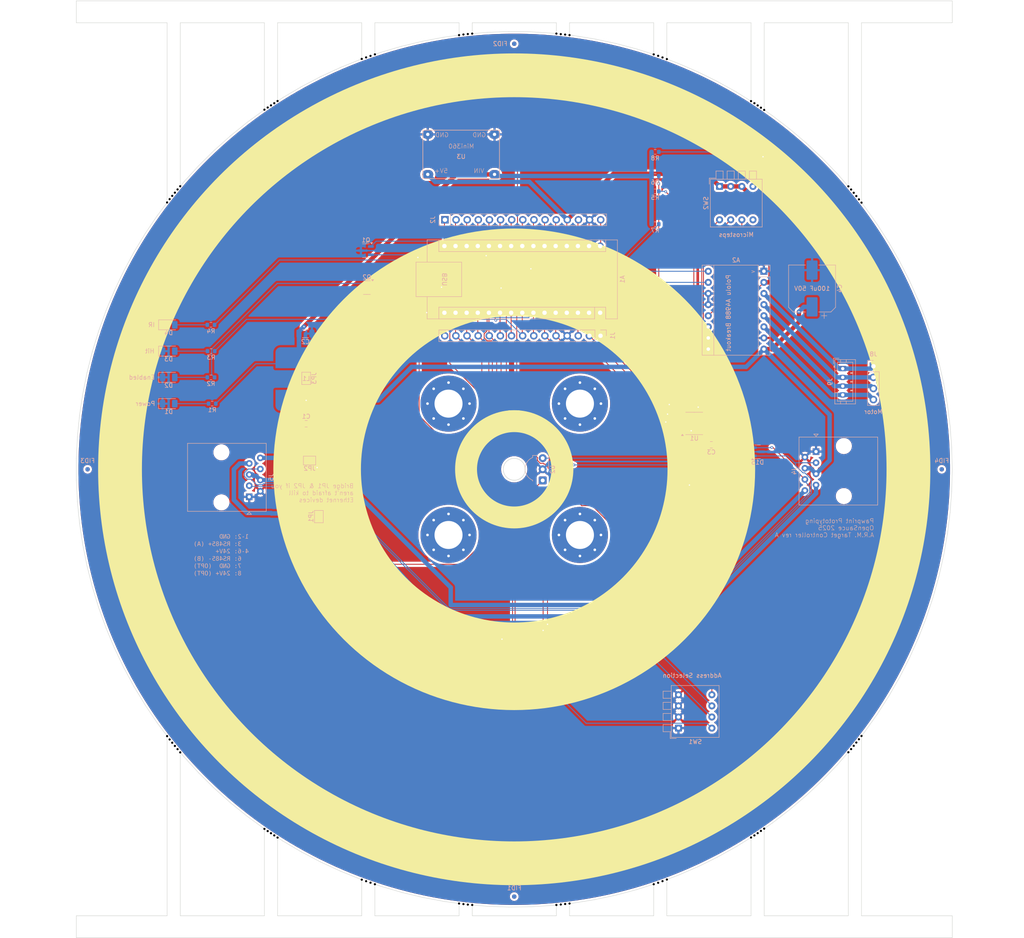
<source format=kicad_pcb>
(kicad_pcb (version 20241229) (generator "pcbnew") (generator_version "9.0")
  (layers (0 "F.Cu" signal) (2 "B.Cu" signal) (13 "F.Paste" user) (15 "B.Paste" user) (5 "F.SilkS" user "F.Silkscreen") (7 "B.SilkS" user "B.Silkscreen") (1 "F.Mask" user) (3 "B.Mask" user) (25 "Edge.Cuts" user))
  (net 0 "")
  (net 1 "Board_0-+24V")
  (net 2 "Board_0-+3.3V")
  (net 3 "Board_0-+5V")
  (net 4 "Board_0-+VDC")
  (net 5 "Board_0-A1")
  (net 6 "Board_0-A2")
  (net 7 "Board_0-A3")
  (net 8 "Board_0-A6")
  (net 9 "Board_0-A7")
  (net 10 "Board_0-AREF")
  (net 11 "Board_0-D10")
  (net 12 "Board_0-D8")
  (net 13 "Board_0-D9")
  (net 14 "Board_0-DIR")
  (net 15 "Board_0-Driver_Enable")
  (net 16 "Board_0-Driver_Input")
  (net 17 "Board_0-Enable_Indicator")
  (net 18 "Board_0-GND")
  (net 19 "Board_0-Hit_Indicator")
  (net 20 "Board_0-IR_Signal")
  (net 21 "Board_0-MCU VIN")
  (net 22 "Board_0-MISO")
  (net 23 "Board_0-MOSI")
  (net 24 "Board_0-Net-(A2-1A)")
  (net 25 "Board_0-Net-(A2-1B)")
  (net 26 "Board_0-Net-(A2-2A)")
  (net 27 "Board_0-Net-(A2-2B)")
  (net 28 "Board_0-Net-(A2-MS1)")
  (net 29 "Board_0-Net-(A2-MS2)")
  (net 30 "Board_0-Net-(A2-MS3)")
  (net 31 "Board_0-Net-(D1-A)")
  (net 32 "Board_0-Net-(D10-A)")
  (net 33 "Board_0-Net-(D10-K)")
  (net 34 "Board_0-Net-(D11-K)")
  (net 35 "Board_0-Net-(D12-K)")
  (net 36 "Board_0-Net-(D13-K)")
  (net 37 "Board_0-Net-(D14-K)")
  (net 38 "Board_0-Net-(D16-A)")
  (net 39 "Board_0-Net-(D16-K)")
  (net 40 "Board_0-Net-(D17-K)")
  (net 41 "Board_0-Net-(D18-K)")
  (net 42 "Board_0-Net-(D19-K)")
  (net 43 "Board_0-Net-(D2-A)")
  (net 44 "Board_0-Net-(D20-K)")
  (net 45 "Board_0-Net-(D21-A)")
  (net 46 "Board_0-Net-(D21-K)")
  (net 47 "Board_0-Net-(D22-K)")
  (net 48 "Board_0-Net-(D23-K)")
  (net 49 "Board_0-Net-(D24-K)")
  (net 50 "Board_0-Net-(D3-A)")
  (net 51 "Board_0-Net-(D4-A)")
  (net 52 "Board_0-Net-(D5-A)")
  (net 53 "Board_0-Net-(D5-K)")
  (net 54 "Board_0-Net-(D6-K)")
  (net 55 "Board_0-Net-(D7-K)")
  (net 56 "Board_0-Net-(D8-K)")
  (net 57 "Board_0-RESET")
  (net 58 "Board_0-RESET2")
  (net 59 "Board_0-RJ45_7")
  (net 60 "Board_0-RJ45_8")
  (net 61 "Board_0-Receiver_Enable")
  (net 62 "Board_0-Receiver_Output")
  (net 63 "Board_0-SCK")
  (net 64 "Board_0-SCL{slash}A5")
  (net 65 "Board_0-SDA{slash}A4")
  (net 66 "Board_0-STEP")
  (net 67 "Board_0-SignalA")
  (net 68 "Board_0-SignalB")
  (net 69 "Board_0-unconnected-(SW2-Pad4)")
  (net 70 "Board_0-unconnected-(SW2-Pad5)")
  (footprint "LED_SMD:LED_1206_3216Metric" (layer "F.Cu") (at 209.984703 115.992851)
    (property "Reference" "D16")
    (property "Value" "Hit LED")
  )
  (footprint "NPTH" (layer "F.Cu") (at 200.390589 27.480321)
    (property "Reference" "KiKit_MB_4_4" (hide yes))
    (property "Value" "NPTH" (hide yes))
  )
  (footprint "NPTH" (layer "F.Cu") (at 264.814819 43.367574)
    (property "Reference" "KiKit_MB_7_2" (hide yes))
    (property "Value" "NPTH" (hide yes))
  )
  (footprint "NPTH" (layer "F.Cu") (at 286.894457 190.903272)
    (property "Reference" "KiKit_MB_16_5" (hide yes))
    (property "Value" "NPTH" (hide yes))
  )
  (footprint "LED_SMD:LED_1206_3216Metric" (layer "F.Cu") (at 210.084703 168.420499)
    (property "Reference" "D8")
    (property "Value" "Enable LED")
  )
  (footprint "MountingHole:MountingHole_6.4mm_M6_Pad_Via" (layer "F.Cu") (at 194.984703 111.992851)
    (property "Reference" "REF**" (hide yes))
    (property "Value" "MountingHole_6.4mm_M6_Pad_Via")
  )
  (footprint "NPTH" (layer "F.Cu") (at 152.952943 44.852945)
    (property "Reference" "KiKit_MB_2_1" (hide yes))
    (property "Value" "NPTH" (hide yes))
  )
  (footprint "NPTH" (layer "F.Cu") (at 131.905443 64.537004)
    (property "Reference" "KiKit_MB_1_3" (hide yes))
    (property "Value" "NPTH" (hide yes))
  )
  (footprint "NPTH" (layer "F.Cu") (at 200.390589 226.505381)
    (property "Reference" "KiKit_MB_12_1" (hide yes))
    (property "Value" "NPTH" (hide yes))
  )
  (footprint "NPTH" (layer "F.Cu") (at 244.828234 220.693874)
    (property "Reference" "KiKit_MB_14_1" (hide yes))
    (property "Value" "NPTH" (hide yes))
  )
  (footprint "LED_SMD:LED_1206_3216Metric" (layer "F.Cu") (at 250.984703 126.992851 90)
    (property "Reference" "D5")
    (property "Value" "Enable LED")
  )
  (footprint "NPTH" (layer "F.Cu") (at 154.451743 43.863112)
    (property "Reference" "KiKit_MB_2_3" (hide yes))
    (property "Value" "NPTH" (hide yes))
  )
  (footprint "NPTH" (layer "F.Cu") (at 288.673703 65.332263)
    (property "Reference" "KiKit_MB_8_5" (hide yes))
    (property "Value" "NPTH" (hide yes))
  )
  (footprint "LED_SMD:LED_1206_3216Metric" (layer "F.Cu") (at 278.494754 68.502902 135)
    (property "Reference" "D21")
    (property "Value" "Hit LED")
  )
  (footprint "NPTH" (layer "F.Cu") (at 219.609411 226.509012)
    (property "Reference" "KiKit_MB_13_4" (hide yes))
    (property "Value" "NPTH" (hide yes))
  )
  (footprint "NPTH" (layer "F.Cu") (at 198.387804 226.307084)
    (property "Reference" "KiKit_MB_12_3" (hide yes))
    (property "Value" "NPTH" (hide yes))
  )
  (footprint "LED_SMD:LED_1206_3216Metric" (layer "F.Cu") (at 177.994754 153.502902 -45)
    (property "Reference" "D9")
    (property "Value" "Enable LED")
  )
  (footprint "NPTH" (layer "F.Cu") (at 243.833534 32.918912)
    (property "Reference" "KiKit_MB_6_3" (hide yes))
    (property "Value" "NPTH" (hide yes))
  )
  (footprint "NPTH" (layer "F.Cu") (at 288.081526 189.404134)
    (property "Reference" "KiKit_MB_16_3" (hide yes))
    (property "Value" "NPTH" (hide yes))
  )
  (footprint "MountingHole:MountingHole_6.4mm_M6_Pad_Via" (layer "F.Cu") (at 224.984703 111.992851)
    (property "Reference" "REF**" (hide yes))
    (property "Value" "MountingHole_6.4mm_M6_Pad_Via")
  )
  (footprint "NPTH" (layer "F.Cu") (at 265.560658 210.107061)
    (property "Reference" "KiKit_MB_15_3" (hide yes))
    (property "Value" "NPTH" (hide yes))
  )
  (footprint "NPTH" (layer "F.Cu") (at 289.26588 187.902743)
    (property "Reference" "KiKit_MB_16_1" (hide yes))
    (property "Value" "NPTH" (hide yes))
  )
  (footprint "NPTH" (layer "F.Cu") (at 222.609411 226.173677)
    (property "Reference" "KiKit_MB_13_1" (hide yes))
    (property "Value" "NPTH" (hide yes))
  )
  (footprint "LED_SMD:LED_1206_3216Metric" (layer "F.Cu") (at 177.994754 100.4828 45)
    (property "Reference" "D12")
    (property "Value" "Enable LED")
  )
  (footprint "NPTH" (layer "F.Cu") (at 177.171766 221.423754)
    (property "Reference" "KiKit_MB_11_2" (hide yes))
    (property "Value" "NPTH" (hide yes))
  )
  (footprint "NPTH" (layer "F.Cu") (at 131.306605 188.705632)
    (property "Reference" "KiKit_MB_9_5" (hide yes))
    (property "Value" "NPTH" (hide yes))
  )
  (footprint "NPTH" (layer "F.Cu") (at 222.609411 27.812025)
    (property "Reference" "KiKit_MB_5_4" (hide yes))
    (property "Value" "NPTH" (hide yes))
  )
  (footprint "NPTH" (layer "F.Cu") (at 264.047057 42.889874)
    (property "Reference" "KiKit_MB_7_1" (hide yes))
    (property "Value" "NPTH" (hide yes))
  )
  (footprint "NPTH" (layer "F.Cu") (at 198.387804 27.678618)
    (property "Reference" "KiKit_MB_4_2" (hide yes))
    (property "Value" "NPTH" (hide yes))
  )
  (footprint "NPTH" (layer "F.Cu") (at 220.609411 27.588468)
    (property "Reference" "KiKit_MB_5_2" (hide yes))
    (property "Value" "NPTH" (hide yes))
  )
  (footprint "NPTH" (layer "F.Cu") (at 155.952943 42.876742)
    (property "Reference" "KiKit_MB_2_5" (hide yes))
    (property "Value" "NPTH" (hide yes))
  )
  (footprint "NPTH" (layer "F.Cu") (at 219.609411 27.47669)
    (property "Reference" "KiKit_MB_5_1" (hide yes))
    (property "Value" "NPTH" (hide yes))
  )
  (footprint "LED_SMD:LED_1206_3216Metric" (layer "F.Cu") (at 199.484703 127.092851 -90)
    (property "Reference" "D14" (hide yes))
    (property "Value" "Enable LED")
  )
  (footprint "NPTH" (layer "F.Cu") (at 242.838834 32.545996)
    (property "Reference" "KiKit_MB_6_2" (hide yes))
    (property "Value" "NPTH" (hide yes))
  )
  (footprint "NPTH" (layer "F.Cu") (at 242.838834 221.439706)
    (property "Reference" "KiKit_MB_14_3" (hide yes))
    (property "Value" "NPTH" (hide yes))
  )
  (footprint "NPTH" (layer "F.Cu") (at 152.952943 209.132757)
    (property "Reference" "KiKit_MB_10_5" (hide yes))
    (property "Value" "NPTH" (hide yes))
  )
  (footprint "NPTH" (layer "F.Cu") (at 197.390589 27.815136)
    (property "Reference" "KiKit_MB_4_1" (hide yes))
    (property "Value" "NPTH" (hide yes))
  )
  (footprint "NPTH" (layer "F.Cu") (at 177.171766 32.561948)
    (property "Reference" "KiKit_MB_3_3" (hide yes))
    (property "Value" "NPTH" (hide yes))
  )
  (footprint "NPTH" (layer "F.Cu") (at 199.387843 226.418346)
    (property "Reference" "KiKit_MB_12_2" (hide yes))
    (property "Value" "NPTH" (hide yes))
  )
  (footprint "NPTH" (layer "F.Cu") (at 221.609411 27.700246)
    (property "Reference" "KiKit_MB_5_3" (hide yes))
    (property "Value" "NPTH" (hide yes))
  )
  (footprint "LED_SMD:LED_1206_3216Metric" (layer "F.Cu") (at 210.084703 36.992851)
    (property "Reference" "D17")
    (property "Value" "Hit LED")
  )
  (footprint "NPTH" (layer "F.Cu") (at 130.734121 66.043924)
    (property "Reference" "KiKit_MB_1_1" (hide yes))
    (property "Value" "NPTH" (hide yes))
  )
  (footprint "NPTH" (layer "F.Cu") (at 221.609411 226.285456)
    (property "Reference" "KiKit_MB_13_2" (hide yes))
    (property "Value" "NPTH" (hide yes))
  )
  (footprint "NPTH" (layer "F.Cu") (at 155.202343 43.369927)
    (property "Reference" "KiKit_MB_2_4" (hide yes))
    (property "Value" "NPTH" (hide yes))
  )
  (footprint "NPTH" (layer "F.Cu") (at 287.489348 63.830873)
    (property "Reference" "KiKit_MB_8_3" (hide yes))
    (property "Value" "NPTH" (hide yes))
  )
  (footprint "NPTH" (layer "F.Cu") (at 220.609411 226.397234)
    (property "Reference" "KiKit_MB_13_3" (hide yes))
    (property "Value" "NPTH" (hide yes))
  )
  (footprint "NPTH" (layer "F.Cu") (at 132.515002 63.802396)
    (property "Reference" "KiKit_MB_1_4" (hide yes))
    (property "Value" "NPTH" (hide yes))
  )
  (footprint "LED_SMD:LED_1206_3216Metric" (layer "F.Cu") (at 144.974652 65.002902 45)
    (property "Reference" "D18")
    (property "Value" "Hit LED")
  )
  (footprint "NPTH" (layer "F.Cu") (at 153.701143 44.356297)
    (property "Reference" "KiKit_MB_2_2" (hide yes))
    (property "Value" "NPTH" (hide yes))
  )
  (footprint "LED_SMD:LED_1206_3216Metric" (layer "F.Cu") (at 209.984703 216.803763)
    (property "Reference" "D24")
    (property "Value" "Hit LED")
  )
  (footprint "NPTH" (layer "F.Cu") (at 176.171766 32.908891)
    (property "Reference" "KiKit_MB_3_2" (hide yes))
    (property "Value" "NPTH" (hide yes))
  )
  (footprint "NPTH" (layer "F.Cu") (at 175.171766 33.255834)
    (property "Reference" "KiKit_MB_3_1" (hide yes))
    (property "Value" "NPTH" (hide yes))
  )
  (footprint "LED_SMD:LED_1206_3216Metric" (layer "F.Cu") (at 241.994754 100.502902 -45)
    (property "Reference" "D10")
    (property "Value" "Enable LED")
  )
  (footprint "LED_SMD:LED_1206_3216Metric" (layer "F.Cu") (at 241.994754 153.4828 45)
    (property "Reference" "D7")
    (property "Value" "Enable LED")
  )
  (footprint "NPTH" (layer "F.Cu") (at 154.451743 210.12259)
    (property "Reference" "KiKit_MB_10_3" (hide yes))
    (property "Value" "NPTH" (hide yes))
  )
  (footprint "NPTH" (layer "F.Cu") (at 178.171766 32.215005)
    (property "Reference" "KiKit_MB_3_4" (hide yes))
    (property "Value" "NPTH" (hide yes))
  )
  (footprint "NPTH" (layer "F.Cu") (at 287.489348 190.154829)
    (property "Reference" "KiKit_MB_16_4" (hide yes))
    (property "Value" "NPTH" (hide yes))
  )
  (footprint "Fiducial:Fiducial_1mm_Mask2mm" (layer "F.Cu") (at 209.984703 224.592851)
    (property "Reference" "FID1" (hide yes))
    (property "Value" "Fiducial")
  )
  (footprint "LED_SMD:LED_1206_3216Metric" (layer "F.Cu") (at 209.984703 137.992851)
    (property "Reference" "D25")
    (property "Value" "Hit LED")
  )
  (footprint "NPTH" (layer "F.Cu") (at 241.828234 221.766793)
    (property "Reference" "KiKit_MB_14_4" (hide yes))
    (property "Value" "NPTH" (hide yes))
  )
  (footprint "LED_SMD:LED_1206_3216Metric" (layer "F.Cu") (at 299.795615 126.992851 90)
    (property "Reference" "D22")
    (property "Value" "Hit LED")
  )
  (footprint "NPTH" (layer "F.Cu") (at 178.171766 221.770697)
    (property "Reference" "KiKit_MB_11_1" (hide yes))
    (property "Value" "NPTH" (hide yes))
  )
  (footprint "NPTH" (layer "F.Cu") (at 289.26588 66.082959)
    (property "Reference" "KiKit_MB_8_6" (hide yes))
    (property "Value" "NPTH" (hide yes))
  )
  (footprint "NPTH" (layer "F.Cu") (at 267.047057 44.908809)
    (property "Reference" "KiKit_MB_7_5" (hide yes))
    (property "Value" "NPTH" (hide yes))
  )
  (footprint "NPTH" (layer "F.Cu") (at 133.734121 191.652521)
    (property "Reference" "KiKit_MB_9_1" (hide yes))
    (property "Value" "NPTH" (hide yes))
  )
  (footprint "NPTH" (layer "F.Cu") (at 266.303858 209.591977)
    (property "Reference" "KiKit_MB_15_2" (hide yes))
    (property "Value" "NPTH" (hide yes))
  )
  (footprint "NPTH" (layer "F.Cu") (at 286.26588 191.623764)
    (property "Reference" "KiKit_MB_16_6" (hide yes))
    (property "Value" "NPTH" (hide yes))
  )
  (footprint "NPTH" (layer "F.Cu") (at 286.894457 63.08243)
    (property "Reference" "KiKit_MB_8_2" (hide yes))
    (property "Value" "NPTH" (hide yes))
  )
  (footprint "MountingHole:MountingHole_6.4mm_M6_Pad_Via" (layer "F.Cu") (at 224.984703 141.992851)
    (property "Reference" "REF**" (hide yes))
    (property "Value" "MountingHole_6.4mm_M6_Pad_Via")
  )
  (footprint "NPTH" (layer "F.Cu") (at 199.387843 27.567356)
    (property "Reference" "KiKit_MB_4_3" (hide yes))
    (property "Value" "NPTH" (hide yes))
  )
  (footprint "NPTH" (layer "F.Cu") (at 264.047057 211.095828)
    (property "Reference" "KiKit_MB_15_5" (hide yes))
    (property "Value" "NPTH" (hide yes))
  )
  (footprint "NPTH" (layer "F.Cu") (at 266.303858 44.393725)
    (property "Reference" "KiKit_MB_7_4" (hide yes))
    (property "Value" "NPTH" (hide yes))
  )
  (footprint "Fiducial:Fiducial_1mm_Mask2mm" (layer "F.Cu") (at 112.584703 126.992851)
    (property "Reference" "FID3" (hide yes))
    (property "Value" "Fiducial")
  )
  (footprint "NPTH" (layer "F.Cu") (at 155.202343 210.615775)
    (property "Reference" "KiKit_MB_10_2" (hide yes))
    (property "Value" "NPTH" (hide yes))
  )
  (footprint "NPTH" (layer "F.Cu") (at 197.390589 226.170566)
    (property "Reference" "KiKit_MB_12_4" (hide yes))
    (property "Value" "NPTH" (hide yes))
  )
  (footprint "LED_SMD:LED_1206_3216Metric" (layer "F.Cu") (at 279.584703 183.992851 45)
    (property "Reference" "D23")
    (property "Value" "Hit LED")
  )
  (footprint "NPTH" (layer "F.Cu") (at 133.734121 62.333181)
    (property "Reference" "KiKit_MB_1_6" (hide yes))
    (property "Value" "NPTH" (hide yes))
  )
  (footprint "NPTH" (layer "F.Cu") (at 132.515002 190.183306)
    (property "Reference" "KiKit_MB_9_3" (hide yes))
    (property "Value" "NPTH" (hide yes))
  )
  (footprint "NPTH" (layer "F.Cu") (at 176.171766 221.076811)
    (property "Reference" "KiKit_MB_11_3" (hide yes))
    (property "Value" "NPTH" (hide yes))
  )
  (footprint "Fiducial:Fiducial_1mm_Mask2mm" (layer "F.Cu") (at 209.984703 29.792851)
    (property "Reference" "FID2" (hide yes))
    (property "Value" "Fiducial")
  )
  (footprint "LED_SMD:LED_1206_3216Metric" (layer "F.Cu") (at 120.173791 126.992851 90)
    (property "Reference" "D19")
    (property "Value" "Hit LED")
  )
  (footprint "NPTH" (layer "F.Cu") (at 130.734121 187.941778)
    (property "Reference" "KiKit_MB_9_6" (hide yes))
    (property "Value" "NPTH" (hide yes))
  )
  (footprint "MountingHole:MountingHole_6.4mm_M6_Pad_Via" (layer "F.Cu") (at 194.984703 141.992851)
    (property "Reference" "REF**" (hide yes))
    (property "Value" "MountingHole_6.4mm_M6_Pad_Via")
  )
  (footprint "LED_SMD:LED_1206_3216Metric" (layer "F.Cu") (at 167.994754 127.4828 90)
    (property "Reference" "D13")
    (property "Value" "Enable LED")
  )
  (footprint "NPTH" (layer "F.Cu") (at 155.952943 211.10896)
    (property "Reference" "KiKit_MB_10_1" (hide yes))
    (property "Value" "NPTH" (hide yes))
  )
  (footprint "NPTH" (layer "F.Cu") (at 265.560658 43.878641)
    (property "Reference" "KiKit_MB_7_3" (hide yes))
    (property "Value" "NPTH" (hide yes))
  )
  (footprint "NPTH" (layer "F.Cu") (at 288.081526 64.581568)
    (property "Reference" "KiKit_MB_8_4" (hide yes))
    (property "Value" "NPTH" (hide yes))
  )
  (footprint "Fiducial:Fiducial_1mm_Mask2mm" (layer "F.Cu") (at 307.584703 126.992851)
    (property "Reference" "FID4" (hide yes))
    (property "Value" "Fiducial")
  )
  (footprint "NPTH" (layer "F.Cu") (at 267.047057 209.076893)
    (property "Reference" "KiKit_MB_15_1" (hide yes))
    (property "Value" "NPTH" (hide yes))
  )
  (footprint "NPTH" (layer "F.Cu") (at 288.673703 188.653439)
    (property "Reference" "KiKit_MB_16_2" (hide yes))
    (property "Value" "NPTH" (hide yes))
  )
  (footprint "NPTH" (layer "F.Cu") (at 131.306605 65.28007)
    (property "Reference" "KiKit_MB_1_2" (hide yes))
    (property "Value" "NPTH" (hide yes))
  )
  (footprint "LED_SMD:LED_1206_3216Metric" (layer "F.Cu") (at 220.984703 126.992851 90)
    (property "Reference" "D6")
    (property "Value" "Enable LED")
  )
  (footprint "NPTH" (layer "F.Cu") (at 243.833534 221.06679)
    (property "Reference" "KiKit_MB_14_2" (hide yes))
    (property "Value" "NPTH" (hide yes))
  )
  (footprint "NPTH" (layer "F.Cu") (at 153.701143 209.629405)
    (property "Reference" "KiKit_MB_10_4" (hide yes))
    (property "Value" "NPTH" (hide yes))
  )
  (footprint "LED_SMD:LED_1206_3216Metric" (layer "F.Cu") (at 210.084704 85.492851)
    (property "Reference" "D11")
    (property "Value" "Enable LED")
  )
  (footprint "NPTH" (layer "F.Cu") (at 133.124561 63.067788)
    (property "Reference" "KiKit_MB_1_5" (hide yes))
    (property "Value" "NPTH" (hide yes))
  )
  (footprint "NPTH" (layer "F.Cu") (at 244.828234 33.291828)
    (property "Reference" "KiKit_MB_6_4" (hide yes))
    (property "Value" "NPTH" (hide yes))
  )
  (footprint "NPTH" (layer "F.Cu") (at 241.828234 32.218909)
    (property "Reference" "KiKit_MB_6_1" (hide yes))
    (property "Value" "NPTH" (hide yes))
  )
  (footprint "NPTH" (layer "F.Cu") (at 286.26588 62.361938)
    (property "Reference" "KiKit_MB_8_1" (hide yes))
    (property "Value" "NPTH" (hide yes))
  )
  (footprint "NPTH" (layer "F.Cu") (at 175.171766 220.729868)
    (property "Reference" "KiKit_MB_11_4" (hide yes))
    (property "Value" "NPTH" (hide yes))
  )
  (footprint "NPTH" (layer "F.Cu") (at 131.905443 189.448698)
    (property "Reference" "KiKit_MB_9_4" (hide yes))
    (property "Value" "NPTH" (hide yes))
  )
  (footprint "NPTH" (layer "F.Cu") (at 264.814819 210.618128)
    (property "Reference" "KiKit_MB_15_4" (hide yes))
    (property "Value" "NPTH" (hide yes))
  )
  (footprint "LED_SMD:LED_1206_3216Metric" (layer "F.Cu") (at 141.494754 184.502902 135)
    (property "Reference" "D20")
    (property "Value" "Hit LED")
  )
  (footprint "NPTH" (layer "F.Cu") (at 133.124561 190.917914)
    (property "Reference" "KiKit_MB_9_2" (hide yes))
    (property "Value" "NPTH" (hide yes))
  )
  (footprint "Connector_RJ:RJ45_Amphenol_54602-x08_Horizontal" (layer "B.Cu") (at 278.884703 122.952851 -90)
    (property "Reference" "J4")
    (property "Value" "RJ45")
  )
  (footprint "Fiducial:Fiducial_1mm_Mask2mm" (layer "B.Cu") (at 112.584703 126.992851 180)
    (property "Reference" "FID3")
    (property "Value" "Fiducial")
  )
  (footprint "OptoDevice:Vishay_MOLD-3Pin" (layer "B.Cu") (at 216.484703 129.532851 90)
    (property "Reference" "U2")
    (property "Value" "EAIRMCA1")
  )
  (footprint "Connector_RJ:RJ45_Amphenol_54602-x08_Horizontal" (layer "B.Cu") (at 149.484703 133.275351 90)
    (property "Reference" "J5")
    (property "Value" "RJ45")
  )
  (footprint "Resistor_SMD:R_0603_1608Metric" (layer "B.Cu") (at 140.743393 105.992851)
    (property "Reference" "R2")
    (property "Value" "2k")
  )
  (footprint "Capacitor_SMD:C_1206_3216Metric" (layer "B.Cu") (at 162.309703 95.992851)
    (property "Reference" "C2")
    (property "Value" "10uF")
  )
  (footprint "Connector_PinSocket_2.54mm:PinSocket_1x04_P2.54mm_Vertical" (layer "B.Cu") (at 291.984703 103.452851 180)
    (property "Reference" "J8")
    (property "Value" "Motor")
  )
  (footprint "Resistor_SMD:R_0603_1608Metric" (layer "B.Cu") (at 242.159703 70.992851)
    (property "Reference" "R7")
    (property "Value" "R")
  )
  (footprint "Capacitor_SMD:C_0805_2012Metric" (layer "B.Cu") (at 254.984703 121.392851)
    (property "Reference" "C3")
    (property "Value" "0.1uF")
  )
  (footprint "Capacitor_SMD:CP_Elec_10x10.5" (layer "B.Cu") (at 277.984703 85.692851 90)
    (property "Reference" "C4")
    (property "Value" "100uF 50V")
  )
  (footprint "LED_SMD:LED_1206_3216Metric" (layer "B.Cu") (at 131.084703 105.992851)
    (property "Reference" "D2")
    (property "Value" "LED_White" (hide yes))
  )
  (footprint "Resistor_SMD:R_0603_1608Metric" (layer "B.Cu") (at 242.159703 63.492851)
    (property "Reference" "R5")
    (property "Value" "R")
  )
  (footprint "Resistor_SMD:R_0603_1608Metric" (layer "B.Cu") (at 140.780893 99.992851)
    (property "Reference" "R3")
    (property "Value" "2k")
  )
  (footprint "Resistor_SMD:R_0603_1608Metric" (layer "B.Cu") (at 141.022203 111.992851)
    (property "Reference" "R1")
    (property "Value" "2k")
  )
  (footprint "Jumper:SolderJumper-2_P1.3mm_Open_TrianglePad1.0x1.5mm" (layer "B.Cu") (at 162.484703 106.217851 90)
    (property "Reference" "JP3")
    (property "Value" "Filter Bypass")
  )
  (footprint "Button_Switch_THT:SW_DIP_SPSTx04_Piano_10.8x11.72mm_W7.62mm_P2.54mm" (layer "B.Cu") (at 247.484703 186.112851)
    (property "Reference" "SW1")
    (property "Value" "SW_DIP_x04")
  )
  (footprint "Jumper:SolderJumper-2_P1.3mm_Open_TrianglePad1.0x1.5mm" (layer "B.Cu") (at 163.259703 124.992851)
    (property "Reference" "JP2")
    (property "Value" "EtherKiller2")
  )
  (footprint "Package_TO_SOT_SMD:SOT-23-3" (layer "B.Cu") (at 176.347203 85.492851 180)
    (property "Reference" "Q2")
    (property "Value" "2N7002BK")
  )
  (footprint "Module:Pololu_Breakout-16_15.2x20.3mm" (layer "B.Cu") (at 266.984703 81.752851 180)
    (property "Reference" "A2")
    (property "Value" "Pololu_Breakout_A4988")
  )
  (footprint "Mini360_step-down:Mini360_step-down" (layer "B.Cu") (at 197.864703 55.062851 180)
    (property "Reference" "U3")
    (property "Value" "Mini360")
  )
  (footprint "Resistor_SMD:R_0603_1608Metric" (layer "B.Cu") (at 140.743393 93.992851)
    (property "Reference" "R4")
    (property "Value" "2k")
  )
  (footprint "Module:Arduino_Nano" (layer "B.Cu") (at 229.604703 91.232851 90)
    (property "Reference" "A1")
    (property "Value" "Arduino_Nano_Every")
  )
  (footprint "LED_SMD:LED_1206_3216Metric" (layer "B.Cu") (at 131.084703 111.992851)
    (property "Reference" "D1")
    (property "Value" "LED_Green")
  )
  (footprint "Package_TO_SOT_SMD:SOT-23-3" (layer "B.Cu") (at 176.122203 77.042851 180)
    (property "Reference" "Q1")
    (property "Value" "2N7002BK")
  )
  (footprint "LED_SMD:LED_1206_3216Metric" (layer "B.Cu") (at 131.084703 93.992851)
    (property "Reference" "D4")
    (property "Value" "LED_Yellow" (hide yes))
  )
  (footprint "Connector_JST:JST_PH_B4B-PH-K_1x04_P2.00mm_Vertical" (layer "B.Cu") (at 284.984703 103.992851 -90)
    (property "Reference" "J9")
    (property "Value" "Motor")
  )
  (footprint "Button_Switch_THT:SW_DIP_SPSTx04_Piano_10.8x11.72mm_W7.62mm_P2.54mm" (layer "B.Cu") (at 256.864703 62.372851 -90)
    (property "Reference" "SW2")
    (property "Value" "SW_DIP_x04")
  )
  (footprint "Connector_PinSocket_2.54mm:PinSocket_1x15_P2.54mm_Vertical" (layer "B.Cu") (at 194.164703 69.992851 -90)
    (property "Reference" "J2")
    (property "Value" "Conn_01x15")
  )
  (footprint "LED_SMD:LED_1206_3216Metric" (layer "B.Cu") (at 131.084703 99.992851)
    (property "Reference" "D3")
    (property "Value" "LED_Red" (hide yes))
  )
  (footprint "Fiducial:Fiducial_1mm_Mask2mm" (layer "B.Cu") (at 209.984703 29.792851 180)
    (property "Reference" "FID2")
    (property "Value" "Fiducial")
  )
  (footprint "Package_TO_SOT_SMD:SOT-23" (layer "B.Cu") (at 265.547203 122.992851)
    (property "Reference" "D15")
    (property "Value" "SM712_SOT23")
  )
  (footprint "Package_SO:SOIC-8_3.9x4.9mm_P1.27mm" (layer "B.Cu") (at 251.079703 116.517851)
    (property "Reference" "U1")
    (property "Value" "MAX485E")
  )
  (footprint "Jumper:SolderJumper-2_P1.3mm_Open_TrianglePad1.0x1.5mm" (layer "B.Cu") (at 165.384703 137.792851 -90)
    (property "Reference" "JP1")
    (property "Value" "EtherKiller1")
  )
  (footprint "Resistor_SMD:R_0603_1608Metric" (layer "B.Cu") (at 242.159703 54.492851)
    (property "Reference" "R8")
    (property "Value" "R")
  )
  (footprint "Capacitor_SMD:C_0805_2012Metric" (layer "B.Cu") (at 162.484703 116.592851 180)
    (property "Reference" "C1")
    (property "Value" "0.1uF")
  )
  (footprint "Mini360_step-down:Inductor_SDR1307" (layer "B.Cu") (at 162.484703 106.367851)
    (property "Reference" "L1")
    (property "Value" "1mH")
  )
  (footprint "Fiducial:Fiducial_1mm_Mask2mm" (layer "B.Cu") (at 209.984703 224.592851 180)
    (property "Reference" "FID1")
    (property "Value" "Fiducial")
  )
  (footprint "Connector_PinSocket_2.54mm:PinSocket_1x15_P2.54mm_Vertical" (layer "B.Cu") (at 229.684703 96.492851 90)
    (property "Reference" "J1")
    (property "Value" "Conn_01x15")
  )
  (footprint "Resistor_SMD:R_0603_1608Metric" (layer "B.Cu") (at 242.159703 59.992851)
    (property "Reference" "R6")
    (property "Value" "R")
  )
  (footprint "Fiducial:Fiducial_1mm_Mask2mm" (layer "B.Cu") (at 307.584703 126.992851 180)
    (property "Reference" "FID4")
    (property "Value" "Fiducial")
  )
  (gr_circle (center 209.984703 126.992851) (end 220.984703 126.992851) (stroke (width 5)) (fill no) (layer "F.SilkS"))
  (gr_circle (center 209.984703 126.992851) (end 299.984703 126.992851) (stroke (width 10)) (fill no) (layer "F.SilkS"))
  (gr_circle (center 209.984703 126.992851) (end 254.984703 126.992851) (stroke (width 20)) (fill no) (layer "F.SilkS"))
  (gr_line (start 211.741503 128.771516) (end 211.651392 128.85622) (stroke (width 0.1)) (layer "Edge.Cuts"))
  (gr_line (start 118.697357 86.168586) (end 116.790143 90.733037) (stroke (width 0.1)) (layer "Edge.Cuts"))
  (gr_line (start 210.077445 124.494571) (end 210.20088 124.502215) (stroke (width 0.1)) (layer "Edge.Cuts"))
  (gr_line (start 207.546404 127.544845) (end 207.522089 127.423587) (stroke (width 0.1)) (layer "Edge.Cuts"))
  (gr_line (start 309.495568 136.871492) (end 309.862344 131.938222) (stroke (width 0.1)) (layer "Edge.Cuts"))
  (gr_line (start 212.291432 126.029005) (end 212.336275 126.14426) (stroke (width 0.1)) (layer "Edge.Cuts"))
  (gr_line (start 272.884696 204.733386) (end 276.652291 201.527625) (stroke (width 0.1)) (layer "Edge.Cuts"))
  (gr_line (start 208.880136 129.235602) (end 208.770576 129.178233) (stroke (width 0.1)) (layer "Edge.Cuts"))
  (gr_line (start 292.873087 182.934925) (end 295.53821 178.767336) (stroke (width 0.1)) (layer "Edge.Cuts"))
  (gr_line (start 290.005122 186.965614) (end 292.873087 182.934925) (stroke (width 0.1)) (layer "Edge.Cuts"))
  (gr_line (start 207.61286 127.783016) (end 207.576685 127.664753) (stroke (width 0.1)) (layer "Edge.Cuts"))
  (gr_line (start 302.253884 165.546685) (end 304.047615 160.936457) (stroke (width 0.1)) (layer "Edge.Cuts"))
  (gr_line (start 304.047615 160.936457) (end 305.611159 156.243163) (stroke (width 0.1)) (layer "Edge.Cuts"))
  (gr_line (start 209.223933 124.611416) (end 209.342634 124.576707) (stroke (width 0.1)) (layer "Edge.Cuts"))
  (gr_line (start 241.828234 228.986202) (end 222.609411 228.986202) (stroke (width 0.1)) (layer "Edge.Cuts"))
  (gr_line (start 110.259939 134.407126) (end 110.748624 139.329814) (stroke (width 0.1)) (layer "Edge.Cuts"))
  (gr_line (start 219.609411 24.999999) (end 219.609411 27.476689) (stroke (width 0.1)) (layer "Edge.Cuts"))
  (gr_line (start 207.878534 128.33972) (end 207.814504 128.233914) (stroke (width 0.1)) (layer "Edge.Cuts"))
  (gr_line (start 297.993969 174.473047) (end 300.234354 170.062565) (stroke (width 0.1)) (layer "Edge.Cuts"))
  (gr_line (start 286.26588 62.361937) (end 283.689221 59.408503) (stroke (width 0.1)) (layer "Edge.Cuts"))
  (gr_line (start 209.107093 129.333748) (end 208.9924 129.287483) (stroke (width 0.1)) (layer "Edge.Cuts"))
  (gr_line (start 297.993969 79.512654) (end 295.53821 75.218365) (stroke (width 0.1)) (layer "Edge.Cuts"))
  (gr_line (start 134.631074 61.252219) (end 133.73412 62.33318) (stroke (width 0.1)) (layer "Edge.Cuts"))
  (gr_line (start 304.047615 93.049244) (end 302.253884 88.439016) (stroke (width 0.1)) (layer "Edge.Cuts"))
  (gr_line (start 137.974394 57.606141) (end 134.631074 61.252219) (stroke (width 0.1)) (layer "Edge.Cuts"))
  (gr_line (start 208.364612 125.088827) (end 208.460755 125.011037) (stroke (width 0.1)) (layer "Edge.Cuts"))
  (gr_line (start 264.047057 42.889873) (end 260.697089 40.805532) (stroke (width 0.1)) (layer "Edge.Cuts"))
  (gr_line (start 207.947719 128.442229) (end 207.878534 128.33972) (stroke (width 0.1)) (layer "Edge.Cuts"))
  (gr_line (start 212.375364 127.724108) (end 212.336275 127.841441) (stroke (width 0.1)) (layer "Edge.Cuts"))
  (gr_line (start 203.804406 226.801687) (end 208.747887 226.985202) (stroke (width 0.1)) (layer "Edge.Cuts"))
  (gr_line (start 233.269101 29.74144) (end 228.431166 28.708935) (stroke (width 0.1)) (layer "Edge.Cuts"))
  (gr_line (start 116.790143 163.252664) (end 118.697357 167.817115) (stroke (width 0.1)) (layer "Edge.Cuts"))
  (gr_line (start 222.609411 24.999999) (end 241.828234 24.999999) (stroke (width 0.1)) (layer "Edge.Cuts"))
  (gr_line (start 193.974879 225.702959) (end 197.390588 226.170566) (stroke (width 0.1)) (layer "Edge.Cuts"))
  (gr_line (start 210.566812 129.424136) (end 210.445864 129.449948) (stroke (width 0.1)) (layer "Edge.Cuts"))
  (gr_line (start 141.493935 54.129864) (end 137.974394 57.606141) (stroke (width 0.1)) (layer "Edge.Cuts"))
  (gr_line (start 241.828234 32.218908) (end 238.050054 31.011936) (stroke (width 0.1)) (layer "Edge.Cuts"))
  (gr_line (start 212.481644 126.869216) (end 212.484703 126.992851) (stroke (width 0.1)) (layer "Edge.Cuts"))
  (gr_line (start 197.390588 228.986202) (end 178.171765 228.986202) (stroke (width 0.1)) (layer "Edge.Cuts"))
  (gr_line (start 267.047057 24.999999) (end 286.26588 24.999999) (stroke (width 0.1)) (layer "Edge.Cuts"))
  (gr_line (start 113.664012 153.868948) (end 115.110992 158.59948) (stroke (width 0.1)) (layer "Edge.Cuts"))
  (gr_line (start 210.686336 129.392373) (end 210.566812 129.424136) (stroke (width 0.1)) (layer "Edge.Cuts"))
  (gr_line (start 210.445864 124.535753) (end 210.566812 124.561565) (stroke (width 0.1)) (layer "Edge.Cuts"))
  (gr_line (start 268.963174 207.748902) (end 272.884696 204.733386) (stroke (width 0.1)) (layer "Edge.Cuts"))
  (gr_line (start 209.953782 124.493042) (end 210.077445 124.494571) (stroke (width 0.1)) (layer "Edge.Cuts"))
  (gr_line (start 223.54809 226.068753) (end 228.431166 225.276766) (stroke (width 0.1)) (layer "Edge.Cuts"))
  (gr_line (start 305.611159 156.243163) (end 306.940689 151.478289) (stroke (width 0.1)) (layer "Edge.Cuts"))
  (gr_line (start 233.269101 224.244261) (end 238.050054 222.973765) (stroke (width 0.1)) (layer "Edge.Cuts"))
  (gr_line (start 211.741503 125.214185) (end 211.827315 125.303242) (stroke (width 0.1)) (layer "Edge.Cuts"))
  (gr_line (start 161.419625 39.577559) (end 157.156037 42.086242) (stroke (width 0.1)) (layer "Edge.Cuts"))
  (gr_line (start 170.292617 35.207567) (end 165.80206 37.282795) (stroke (width 0.1)) (layer "Edge.Cuts"))
  (gr_line (start 207.485467 126.931014) (end 207.491583 126.807494) (stroke (width 0.1)) (layer "Edge.Cuts"))
  (gr_line (start 207.878534 125.645981) (end 207.947719 125.543472) (stroke (width 0.1)) (layer "Edge.Cuts"))
  (gr_line (start 219.609411 228.986202) (end 200.390588 228.986202) (stroke (width 0.1)) (layer "Edge.Cuts"))
  (gr_line (start 209.830195 129.488071) (end 209.706986 129.477377) (stroke (width 0.1)) (layer "Edge.Cuts"))
  (gr_line (start 212.484703 126.992851) (end 212.481644 127.116485) (stroke (width 0.1)) (layer "Edge.Cuts"))
  (gr_line (start 212.481644 127.116485) (end 212.472474 127.239817) (stroke (width 0.1)) (layer "Edge.Cuts"))
  (gr_line (start 197.390588 226.170566) (end 197.390588 228.986202) (stroke (width 0.1)) (layer "Edge.Cuts"))
  (gr_line (start 110.015297 24.999999) (end 130.73412 24.999999) (stroke (width 0.1)) (layer "Edge.Cuts"))
  (gr_line (start 251.934901 217.768292) (end 256.372755 215.582628) (stroke (width 0.1)) (layer "Edge.Cuts"))
  (gr_line (start 267.047057 228.986202) (end 267.047057 209.076893) (stroke (width 0.1)) (layer "Edge.Cuts"))
  (gr_line (start 289.26588 24.999999) (end 309.984703 24.999999) (stroke (width 0.1)) (layer "Edge.Cuts"))
  (gr_line (start 309.984703 24.999999) (end 309.984703 19.999999) (stroke (width 0.1)) (layer "Edge.Cuts"))
  (gr_line (start 238.050054 222.973765) (end 241.828234 221.766793) (stroke (width 0.1)) (layer "Edge.Cuts"))
  (gr_line (start 308.032951 146.653495) (end 308.885273 141.780587) (stroke (width 0.1)) (layer "Edge.Cuts"))
  (gr_line (start 292.873087 71.050776) (end 290.005122 67.020087) (stroke (width 0.1)) (layer "Edge.Cuts"))
  (gr_line (start 212.408602 126.380715) (end 212.435909 126.501334) (stroke (width 0.1)) (layer "Edge.Cuts"))
  (gr_line (start 110.748624 139.329814) (end 111.480156 144.222312) (stroke (width 0.1)) (layer "Edge.Cuts"))
  (gr_line (start 161.419625 214.408142) (end 165.80206 216.702906) (stroke (width 0.1)) (layer "Edge.Cuts"))
  (gr_line (start 211.357518 129.082199) (end 211.252512 129.147533) (stroke (width 0.1)) (layer "Edge.Cuts"))
  (gr_line (start 302.253884 88.439016) (end 300.234354 83.923136) (stroke (width 0.1)) (layer "Edge.Cuts"))
  (gr_line (start 116.790143 90.733037) (end 115.110992 95.386221) (stroke (width 0.1)) (layer "Edge.Cuts"))
  (gr_line (start 256.372755 38.403073) (end 251.934901 36.217409) (stroke (width 0.1)) (layer "Edge.Cuts"))
  (gr_line (start 208.272433 125.171276) (end 208.364612 125.088827) (stroke (width 0.1)) (layer "Edge.Cuts"))
  (gr_line (start 247.394388 34.253887) (end 244.828234 33.291827) (stroke (width 0.1)) (layer "Edge.Cuts"))
  (gr_line (start 120.827967 172.281662) (end 123.176757 176.635379) (stroke (width 0.1)) (layer "Edge.Cuts"))
  (gr_line (start 300.234354 83.923136) (end 297.993969 79.512654) (stroke (width 0.1)) (layer "Edge.Cuts"))
  (gr_line (start 133.73412 191.652521) (end 134.631074 192.733482) (stroke (width 0.1)) (layer "Edge.Cuts"))
  (gr_line (start 260.697089 40.805532) (end 256.372755 38.403073) (stroke (width 0.1)) (layer "Edge.Cuts"))
  (gr_line (start 283.689221 194.577198) (end 286.26588 191.623764) (stroke (width 0.1)) (layer "Edge.Cuts"))
  (gr_line (start 208.560628 129.047604) (end 208.460755 128.974664) (stroke (width 0.1)) (layer "Edge.Cuts"))
  (gr_line (start 155.952942 24.999999) (end 175.171765 24.999999) (stroke (width 0.1)) (layer "Edge.Cuts"))
  (gr_line (start 189.112886 224.790434) (end 193.974879 225.702959) (stroke (width 0.1)) (layer "Edge.Cuts"))
  (gr_line (start 211.252512 124.838168) (end 211.357518 124.903502) (stroke (width 0.1)) (layer "Edge.Cuts"))
  (gr_line (start 149.026821 206.265397) (end 152.952942 209.132757) (stroke (width 0.1)) (layer "Edge.Cuts"))
  (gr_line (start 130.73412 24.999999) (end 130.73412 66.043923) (stroke (width 0.1)) (layer "Edge.Cuts"))
  (gr_line (start 260.697089 213.180169) (end 264.047057 211.095828) (stroke (width 0.1)) (layer "Edge.Cuts"))
  (gr_line (start 193.974879 28.282742) (end 189.112886 29.195267) (stroke (width 0.1)) (layer "Edge.Cuts"))
  (gr_line (start 175.171765 228.986202) (end 155.952942 228.986202) (stroke (width 0.1)) (layer "Edge.Cuts"))
  (gr_line (start 212.240944 125.916108) (end 212.291432 126.029005) (stroke (width 0.1)) (layer "Edge.Cuts"))
  (gr_line (start 308.032951 107.332206) (end 306.940689 102.507412) (stroke (width 0.1)) (layer "Edge.Cuts"))
  (gr_line (start 118.697357 167.817115) (end 120.827967 172.281662) (stroke (width 0.1)) (layer "Edge.Cuts"))
  (gr_line (start 309.862344 131.938222) (end 309.984703 126.99285) (stroke (width 0.1)) (layer "Edge.Cuts"))
  (gr_line (start 141.493935 199.855837) (end 145.181085 203.153806) (stroke (width 0.1)) (layer "Edge.Cuts"))
  (gr_line (start 228.431166 28.708935) (end 223.54809 27.916948) (stroke (width 0.1)) (layer "Edge.Cuts"))
  (gr_line (start 110.015297 19.999999) (end 110.015297 24.999999) (stroke (width 0.1)) (layer "Edge.Cuts"))
  (gr_line (start 212.457217 126.623157) (end 212.472474 126.745884) (stroke (width 0.1)) (layer "Edge.Cuts"))
  (gr_line (start 207.491583 126.807494) (end 207.503801 126.684426) (stroke (width 0.1)) (layer "Edge.Cuts"))
  (gr_line (start 286.26588 191.623764) (end 286.26588 228.986202) (stroke (width 0.1)) (layer "Edge.Cuts"))
  (gr_line (start 209.462907 129.43779) (end 209.342634 129.408994) (stroke (width 0.1)) (layer "Edge.Cuts"))
  (gr_line (start 210.566812 124.561565) (end 210.686336 124.593328) (stroke (width 0.1)) (layer "Edge.Cuts"))
  (gr_line (start 179.553904 222.25022) (end 184.30197 223.638581) (stroke (width 0.1)) (layer "Edge.Cuts"))
  (gr_line (start 213.694394 27.061683) (end 208.747887 27.000499) (stroke (width 0.1)) (layer "Edge.Cuts"))
  (gr_line (start 212.184934 125.805846) (end 212.240944 125.916108) (stroke (width 0.1)) (layer "Edge.Cuts"))
  (gr_line (start 212.12354 125.698488) (end 212.184934 125.805846) (stroke (width 0.1)) (layer "Edge.Cuts"))
  (gr_line (start 212.375364 126.261593) (end 212.408602 126.380715) (stroke (width 0.1)) (layer "Edge.Cuts"))
  (gr_line (start 207.576685 127.664753) (end 207.546404 127.544845) (stroke (width 0.1)) (layer "Edge.Cuts"))
  (gr_line (start 209.462907 124.547911) (end 209.584457 124.525098) (stroke (width 0.1)) (layer "Edge.Cuts"))
  (gr_line (start 207.702519 125.972244) (end 207.755784 125.86063) (stroke (width 0.1)) (layer "Edge.Cuts"))
  (gr_line (start 208.9924 124.698218) (end 209.107093 124.651953) (stroke (width 0.1)) (layer "Edge.Cuts"))
  (gr_line (start 208.100862 128.636366) (end 208.021889 128.541192) (stroke (width 0.1)) (layer "Edge.Cuts"))
  (gr_line (start 133.73412 62.33318) (end 133.73412 24.999999) (stroke (width 0.1)) (layer "Edge.Cuts"))
  (gr_line (start 209.223933 129.374285) (end 209.107093 129.333748) (stroke (width 0.1)) (layer "Edge.Cuts"))
  (gr_line (start 212.472474 126.745884) (end 212.481644 126.869216) (stroke (width 0.1)) (layer "Edge.Cuts"))
  (gr_line (start 152.952942 24.999999) (end 152.952942 44.852944) (stroke (width 0.1)) (layer "Edge.Cuts"))
  (gr_line (start 218.631822 27.367415) (end 213.694394 27.061683) (stroke (width 0.1)) (layer "Edge.Cuts"))
  (gr_line (start 208.560628 124.938097) (end 208.663986 124.870185) (stroke (width 0.1)) (layer "Edge.Cuts"))
  (gr_line (start 211.827315 128.682459) (end 211.741503 128.771516) (stroke (width 0.1)) (layer "Edge.Cuts"))
  (gr_line (start 115.110992 158.59948) (end 116.790143 163.252664) (stroke (width 0.1)) (layer "Edge.Cuts"))
  (gr_line (start 174.880307 220.628749) (end 175.171765 220.729868) (stroke (width 0.1)) (layer "Edge.Cuts"))
  (gr_line (start 228.431166 225.276766) (end 233.269101 224.244261) (stroke (width 0.1)) (layer "Edge.Cuts"))
  (gr_line (start 208.021889 125.444509) (end 208.100862 125.349335) (stroke (width 0.1)) (layer "Edge.Cuts"))
  (gr_line (start 197.390588 27.815135) (end 193.974879 28.282742) (stroke (width 0.1)) (layer "Edge.Cuts"))
  (gr_line (start 208.184445 128.727518) (end 208.100862 128.636366) (stroke (width 0.1)) (layer "Edge.Cuts"))
  (gr_line (start 208.663986 129.115516) (end 208.560628 129.047604) (stroke (width 0.1)) (layer "Edge.Cuts"))
  (gr_line (start 207.702519 128.013457) (end 207.654839 127.899346) (stroke (width 0.1)) (layer "Edge.Cuts"))
  (gr_line (start 309.495568 117.114209) (end 308.885273 112.205114) (stroke (width 0.1)) (layer "Edge.Cuts"))
  (gr_line (start 309.984703 19.999999) (end 110.015297 19.999999) (stroke (width 0.1)) (layer "Edge.Cuts"))
  (gr_line (start 280.25674 198.139465) (end 283.689221 194.577198) (stroke (width 0.1)) (layer "Edge.Cuts"))
  (gr_line (start 210.323787 129.469748) (end 210.20088 129.483486) (stroke (width 0.1)) (layer "Edge.Cuts"))
  (gr_line (start 210.804143 124.630962) (end 210.919945 124.674376) (stroke (width 0.1)) (layer "Edge.Cuts"))
  (gr_line (start 207.485467 127.054687) (end 207.485467 126.931014) (stroke (width 0.1)) (layer "Edge.Cuts"))
  (gr_line (start 211.144404 124.778106) (end 211.252512 124.838168) (stroke (width 0.1)) (layer "Edge.Cuts"))
  (gr_line (start 289.26588 187.902743) (end 290.005122 186.965614) (stroke (width 0.1)) (layer "Edge.Cuts"))
  (gr_line (start 218.631822 226.618286) (end 219.609411 226.509012) (stroke (width 0.1)) (layer "Edge.Cuts"))
  (gr_line (start 178.171765 221.770697) (end 179.553904 222.25022) (stroke (width 0.1)) (layer "Edge.Cuts"))
  (gr_line (start 212.336275 126.14426) (end 212.375364 126.261593) (stroke (width 0.1)) (layer "Edge.Cuts"))
  (gr_line (start 251.934901 36.217409) (end 247.394388 34.253887) (stroke (width 0.1)) (layer "Edge.Cuts"))
  (gr_line (start 200.390588 228.986202) (end 200.390588 226.505381) (stroke (width 0.1)) (layer "Edge.Cuts"))
  (gr_line (start 211.557202 128.936364) (end 211.459164 129.011752) (stroke (width 0.1)) (layer "Edge.Cuts"))
  (gr_line (start 184.30197 30.34712) (end 179.553904 31.735481) (stroke (width 0.1)) (layer "Edge.Cuts"))
  (gr_line (start 174.880307 33.356952) (end 170.292617 35.207567) (stroke (width 0.1)) (layer "Edge.Cuts"))
  (gr_line (start 238.050054 31.011936) (end 233.269101 29.74144) (stroke (width 0.1)) (layer "Edge.Cuts"))
  (gr_line (start 207.814504 128.233914) (end 207.755784 128.125071) (stroke (width 0.1)) (layer "Edge.Cuts"))
  (gr_line (start 209.830195 124.49763) (end 209.953782 124.493042) (stroke (width 0.1)) (layer "Edge.Cuts"))
  (gr_line (start 264.047057 211.095828) (end 264.047057 228.986202) (stroke (width 0.1)) (layer "Edge.Cuts"))
  (gr_line (start 112.452746 149.072647) (end 113.664012 153.868948) (stroke (width 0.1)) (layer "Edge.Cuts"))
  (gr_line (start 113.664012 100.116753) (end 112.452746 104.913054) (stroke (width 0.1)) (layer "Edge.Cuts"))
  (gr_line (start 219.609411 27.476689) (end 218.631822 27.367415) (stroke (width 0.1)) (layer "Edge.Cuts"))
  (gr_line (start 137.974394 196.37956) (end 141.493935 199.855837) (stroke (width 0.1)) (layer "Edge.Cuts"))
  (gr_line (start 222.609411 226.173677) (end 223.54809 226.068753) (stroke (width 0.1)) (layer "Edge.Cuts"))
  (gr_line (start 212.472474 127.239817) (end 212.457217 127.362544) (stroke (width 0.1)) (layer "Edge.Cuts"))
  (gr_line (start 212.457217 127.362544) (end 212.435909 127.484367) (stroke (width 0.1)) (layer "Edge.Cuts"))
  (gr_line (start 209.342634 124.576707) (end 209.462907 124.547911) (stroke (width 0.1)) (layer "Edge.Cuts"))
  (gr_line (start 208.272433 128.814425) (end 208.184445 128.727518) (stroke (width 0.1)) (layer "Edge.Cuts"))
  (gr_line (start 200.390588 27.48032) (end 200.390588 24.999999) (stroke (width 0.1)) (layer "Edge.Cuts"))
  (gr_line (start 210.20088 124.502215) (end 210.323787 124.515953) (stroke (width 0.1)) (layer "Edge.Cuts"))
  (gr_line (start 211.908618 125.396433) (end 211.985213 125.493531) (stroke (width 0.1)) (layer "Edge.Cuts"))
  (gr_line (start 157.156037 42.086242) (end 155.952942 42.876741) (stroke (width 0.1)) (layer "Edge.Cuts"))
  (gr_line (start 211.985213 128.49217) (end 211.908618 128.589268) (stroke (width 0.1)) (layer "Edge.Cuts"))
  (gr_line (start 207.546404 126.440856) (end 207.576685 126.320948) (stroke (width 0.1)) (layer "Edge.Cuts"))
  (gr_line (start 178.171765 228.986202) (end 178.171765 221.770697) (stroke (width 0.1)) (layer "Edge.Cuts"))
  (gr_line (start 208.880136 124.750099) (end 208.9924 124.698218) (stroke (width 0.1)) (layer "Edge.Cuts"))
  (gr_line (start 211.651392 128.85622) (end 211.557202 128.936364) (stroke (width 0.1)) (layer "Edge.Cuts"))
  (gr_line (start 280.25674 55.846236) (end 276.652291 52.458076) (stroke (width 0.1)) (layer "Edge.Cuts"))
  (gr_line (start 208.770576 129.178233) (end 208.663986 129.115516) (stroke (width 0.1)) (layer "Edge.Cuts"))
  (gr_line (start 208.364612 128.896874) (end 208.272433 128.814425) (stroke (width 0.1)) (layer "Edge.Cuts"))
  (gr_line (start 295.53821 75.218365) (end 292.873087 71.050776) (stroke (width 0.1)) (layer "Edge.Cuts"))
  (gr_line (start 149.026821 47.720304) (end 145.181085 50.831895) (stroke (width 0.1)) (layer "Edge.Cuts"))
  (gr_line (start 308.885273 141.780587) (end 309.495568 136.871492) (stroke (width 0.1)) (layer "Edge.Cuts"))
  (gr_line (start 309.984703 126.99285) (end 309.862344 122.047479) (stroke (width 0.1)) (layer "Edge.Cuts"))
  (gr_line (start 200.390588 24.999999) (end 219.609411 24.999999) (stroke (width 0.1)) (layer "Edge.Cuts"))
  (gr_line (start 213.694394 226.924018) (end 218.631822 226.618286) (stroke (width 0.1)) (layer "Edge.Cuts"))
  (gr_line (start 210.323787 124.515953) (end 210.445864 124.535753) (stroke (width 0.1)) (layer "Edge.Cuts"))
  (gr_line (start 211.033457 124.723464) (end 211.144404 124.778106) (stroke (width 0.1)) (layer "Edge.Cuts"))
  (gr_line (start 210.686336 124.593328) (end 210.804143 124.630962) (stroke (width 0.1)) (layer "Edge.Cuts"))
  (gr_line (start 211.985213 125.493531) (end 212.056912 125.594299) (stroke (width 0.1)) (layer "Edge.Cuts"))
  (gr_line (start 152.952942 44.852944) (end 149.026821 47.720304) (stroke (width 0.1)) (layer "Edge.Cuts"))
  (gr_line (start 134.631074 192.733482) (end 137.974394 196.37956) (stroke (width 0.1)) (layer "Edge.Cuts"))
  (gr_line (start 175.171765 220.729868) (end 175.171765 228.986202) (stroke (width 0.1)) (layer "Edge.Cuts"))
  (gr_line (start 208.184445 125.258183) (end 208.272433 125.171276) (stroke (width 0.1)) (layer "Edge.Cuts"))
  (gr_line (start 268.963174 46.236799) (end 267.047057 44.908808) (stroke (width 0.1)) (layer "Edge.Cuts"))
  (gr_line (start 207.947719 125.543472) (end 208.021889 125.444509) (stroke (width 0.1)) (layer "Edge.Cuts"))
  (gr_line (start 207.491583 127.178207) (end 207.485467 127.054687) (stroke (width 0.1)) (layer "Edge.Cuts"))
  (gr_line (start 211.651392 125.129481) (end 211.741503 125.214185) (stroke (width 0.1)) (layer "Edge.Cuts"))
  (gr_line (start 110.259939 119.578575) (end 110.015297 124.519408) (stroke (width 0.1)) (layer "Edge.Cuts"))
  (gr_line (start 110.015297 233.986202) (end 309.984703 233.986202) (stroke (width 0.1)) (layer "Edge.Cuts"))
  (gr_line (start 208.021889 128.541192) (end 207.947719 128.442229) (stroke (width 0.1)) (layer "Edge.Cuts"))
  (gr_line (start 209.342634 129.408994) (end 209.223933 129.374285) (stroke (width 0.1)) (layer "Edge.Cuts"))
  (gr_line (start 210.919945 129.311325) (end 210.804143 129.354739) (stroke (width 0.1)) (layer "Edge.Cuts"))
  (gr_line (start 211.144404 129.207595) (end 211.033457 129.262237) (stroke (width 0.1)) (layer "Edge.Cuts"))
  (gr_line (start 179.553904 31.735481) (end 178.171765 32.215004) (stroke (width 0.1)) (layer "Edge.Cuts"))
  (gr_line (start 207.503801 126.684426) (end 207.522089 126.562114) (stroke (width 0.1)) (layer "Edge.Cuts"))
  (gr_line (start 208.770576 124.807468) (end 208.880136 124.750099) (stroke (width 0.1)) (layer "Edge.Cuts"))
  (gr_line (start 111.480156 144.222312) (end 112.452746 149.072647) (stroke (width 0.1)) (layer "Edge.Cuts"))
  (gr_line (start 210.20088 129.483486) (end 210.077445 129.49113) (stroke (width 0.1)) (layer "Edge.Cuts"))
  (gr_line (start 207.755784 128.125071) (end 207.702519 128.013457) (stroke (width 0.1)) (layer "Edge.Cuts"))
  (gr_line (start 305.611159 97.742538) (end 304.047615 93.049244) (stroke (width 0.1)) (layer "Edge.Cuts"))
  (gr_line (start 306.940689 102.507412) (end 305.611159 97.742538) (stroke (width 0.1)) (layer "Edge.Cuts"))
  (gr_line (start 207.654839 127.899346) (end 207.61286 127.783016) (stroke (width 0.1)) (layer "Edge.Cuts"))
  (gr_line (start 267.047057 44.908808) (end 267.047057 24.999999) (stroke (width 0.1)) (layer "Edge.Cuts"))
  (gr_line (start 241.828234 24.999999) (end 241.828234 32.218908) (stroke (width 0.1)) (layer "Edge.Cuts"))
  (gr_line (start 197.390588 24.999999) (end 197.390588 27.815135) (stroke (width 0.1)) (layer "Edge.Cuts"))
  (gr_line (start 211.252512 129.147533) (end 211.144404 129.207595) (stroke (width 0.1)) (layer "Edge.Cuts"))
  (gr_line (start 276.652291 52.458076) (end 272.884696 49.252315) (stroke (width 0.1)) (layer "Edge.Cuts"))
  (gr_line (start 155.952942 211.10896) (end 157.156037 211.899459) (stroke (width 0.1)) (layer "Edge.Cuts"))
  (gr_line (start 244.828234 24.999999) (end 264.047057 24.999999) (stroke (width 0.1)) (layer "Edge.Cuts"))
  (gr_line (start 207.522089 126.562114) (end 207.546404 126.440856) (stroke (width 0.1)) (layer "Edge.Cuts"))
  (gr_line (start 211.033457 129.262237) (end 210.919945 129.311325) (stroke (width 0.1)) (layer "Edge.Cuts"))
  (gr_line (start 111.480156 109.763389) (end 110.748624 114.655887) (stroke (width 0.1)) (layer "Edge.Cuts"))
  (gr_line (start 207.755784 125.86063) (end 207.814504 125.751787) (stroke (width 0.1)) (layer "Edge.Cuts"))
  (gr_line (start 208.100862 125.349335) (end 208.184445 125.258183) (stroke (width 0.1)) (layer "Edge.Cuts"))
  (gr_line (start 115.110992 95.386221) (end 113.664012 100.116753) (stroke (width 0.1)) (layer "Edge.Cuts"))
  (gr_line (start 130.73412 187.941778) (end 130.73412 228.986202) (stroke (width 0.1)) (layer "Edge.Cuts"))
  (gr_line (start 289.26588 228.986202) (end 289.26588 187.902743) (stroke (width 0.1)) (layer "Edge.Cuts"))
  (gr_line (start 209.706986 124.508324) (end 209.830195 124.49763) (stroke (width 0.1)) (layer "Edge.Cuts"))
  (gr_line (start 256.372755 215.582628) (end 260.697089 213.180169) (stroke (width 0.1)) (layer "Edge.Cuts"))
  (gr_line (start 211.908618 128.589268) (end 211.827315 128.682459) (stroke (width 0.1)) (layer "Edge.Cuts"))
  (gr_line (start 175.171765 24.999999) (end 175.171765 33.255833) (stroke (width 0.1)) (layer "Edge.Cuts"))
  (gr_line (start 130.73412 66.043923) (end 128.505372 69.017694) (stroke (width 0.1)) (layer "Edge.Cuts"))
  (gr_line (start 212.291432 127.956696) (end 212.240944 128.069593) (stroke (width 0.1)) (layer "Edge.Cuts"))
  (gr_line (start 210.077445 129.49113) (end 209.953782 129.492659) (stroke (width 0.1)) (layer "Edge.Cuts"))
  (gr_line (start 112.452746 104.913054) (end 111.480156 109.763389) (stroke (width 0.1)) (layer "Edge.Cuts"))
  (gr_line (start 210.919945 124.674376) (end 211.033457 124.723464) (stroke (width 0.1)) (layer "Edge.Cuts"))
  (gr_line (start 286.26588 228.986202) (end 267.047057 228.986202) (stroke (width 0.1)) (layer "Edge.Cuts"))
  (gr_line (start 295.53821 178.767336) (end 297.993969 174.473047) (stroke (width 0.1)) (layer "Edge.Cuts"))
  (gr_line (start 212.408602 127.604986) (end 212.375364 127.724108) (stroke (width 0.1)) (layer "Edge.Cuts"))
  (gr_line (start 207.814504 125.751787) (end 207.878534 125.645981) (stroke (width 0.1)) (layer "Edge.Cuts"))
  (gr_line (start 123.176757 77.350322) (end 120.827967 81.704039) (stroke (width 0.1)) (layer "Edge.Cuts"))
  (gr_line (start 125.737982 180.867613) (end 128.505372 184.968007) (stroke (width 0.1)) (layer "Edge.Cuts"))
  (gr_line (start 209.584457 124.525098) (end 209.706986 124.508324) (stroke (width 0.1)) (layer "Edge.Cuts"))
  (gr_line (start 212.184934 128.179855) (end 212.12354 128.287213) (stroke (width 0.1)) (layer "Edge.Cuts"))
  (gr_line (start 133.73412 24.999999) (end 152.952942 24.999999) (stroke (width 0.1)) (layer "Edge.Cuts"))
  (gr_line (start 175.171765 33.255833) (end 174.880307 33.356952) (stroke (width 0.1)) (layer "Edge.Cuts"))
  (gr_line (start 189.112886 29.195267) (end 184.30197 30.34712) (stroke (width 0.1)) (layer "Edge.Cuts"))
  (gr_line (start 155.952942 228.986202) (end 155.952942 211.10896) (stroke (width 0.1)) (layer "Edge.Cuts"))
  (gr_line (start 208.747887 27.000499) (end 203.804406 27.184014) (stroke (width 0.1)) (layer "Edge.Cuts"))
  (gr_line (start 211.557202 125.049337) (end 211.651392 125.129481) (stroke (width 0.1)) (layer "Edge.Cuts"))
  (gr_line (start 212.435909 127.484367) (end 212.408602 127.604986) (stroke (width 0.1)) (layer "Edge.Cuts"))
  (gr_line (start 200.390588 226.505381) (end 203.804406 226.801687) (stroke (width 0.1)) (layer "Edge.Cuts"))
  (gr_line (start 276.652291 201.527625) (end 280.25674 198.139465) (stroke (width 0.1)) (layer "Edge.Cuts"))
  (gr_line (start 290.005122 67.020087) (end 289.26588 66.082958) (stroke (width 0.1)) (layer "Edge.Cuts"))
  (gr_line (start 207.503801 127.301275) (end 207.491583 127.178207) (stroke (width 0.1)) (layer "Edge.Cuts"))
  (gr_line (start 123.176757 176.635379) (end 125.737982 180.867613) (stroke (width 0.1)) (layer "Edge.Cuts"))
  (gr_line (start 209.706986 129.477377) (end 209.584457 129.460603) (stroke (width 0.1)) (layer "Edge.Cuts"))
  (gr_line (start 212.240944 128.069593) (end 212.184934 128.179855) (stroke (width 0.1)) (layer "Edge.Cuts"))
  (gr_line (start 207.576685 126.320948) (end 207.61286 126.202685) (stroke (width 0.1)) (layer "Edge.Cuts"))
  (gr_line (start 300.234354 170.062565) (end 302.253884 165.546685) (stroke (width 0.1)) (layer "Edge.Cuts"))
  (gr_line (start 178.171765 32.215004) (end 178.171765 24.999999) (stroke (width 0.1)) (layer "Edge.Cuts"))
  (gr_line (start 222.609411 228.986202) (end 222.609411 226.173677) (stroke (width 0.1)) (layer "Edge.Cuts"))
  (gr_line (start 152.952942 209.132757) (end 152.952942 228.986202) (stroke (width 0.1)) (layer "Edge.Cuts"))
  (gr_line (start 178.171765 24.999999) (end 197.390588 24.999999) (stroke (width 0.1)) (layer "Edge.Cuts"))
  (gr_line (start 211.459164 129.011752) (end 211.357518 129.082199) (stroke (width 0.1)) (layer "Edge.Cuts"))
  (gr_line (start 212.056912 128.391402) (end 211.985213 128.49217) (stroke (width 0.1)) (layer "Edge.Cuts"))
  (gr_line (start 244.828234 228.986202) (end 244.828234 220.693874) (stroke (width 0.1)) (layer "Edge.Cuts"))
  (gr_line (start 212.12354 128.287213) (end 212.056912 128.391402) (stroke (width 0.1)) (layer "Edge.Cuts"))
  (gr_line (start 264.047057 228.986202) (end 244.828234 228.986202) (stroke (width 0.1)) (layer "Edge.Cuts"))
  (gr_line (start 309.862344 122.047479) (end 309.495568 117.114209) (stroke (width 0.1)) (layer "Edge.Cuts"))
  (gr_line (start 286.26588 24.999999) (end 286.26588 62.361937) (stroke (width 0.1)) (layer "Edge.Cuts"))
  (gr_line (start 308.885273 112.205114) (end 308.032951 107.332206) (stroke (width 0.1)) (layer "Edge.Cuts"))
  (gr_line (start 209.584457 129.460603) (end 209.462907 129.43779) (stroke (width 0.1)) (layer "Edge.Cuts"))
  (gr_line (start 165.80206 216.702906) (end 170.292617 218.778134) (stroke (width 0.1)) (layer "Edge.Cuts"))
  (gr_line (start 155.952942 42.876741) (end 155.952942 24.999999) (stroke (width 0.1)) (layer "Edge.Cuts"))
  (gr_line (start 309.984703 233.986202) (end 309.984703 228.986202) (stroke (width 0.1)) (layer "Edge.Cuts"))
  (gr_line (start 212.056912 125.594299) (end 212.12354 125.698488) (stroke (width 0.1)) (layer "Edge.Cuts"))
  (gr_line (start 208.9924 129.287483) (end 208.880136 129.235602) (stroke (width 0.1)) (layer "Edge.Cuts"))
  (gr_line (start 145.181085 203.153806) (end 149.026821 206.265397) (stroke (width 0.1)) (layer "Edge.Cuts"))
  (gr_line (start 184.30197 223.638581) (end 189.112886 224.790434) (stroke (width 0.1)) (layer "Edge.Cuts"))
  (gr_line (start 120.827967 81.704039) (end 118.697357 86.168586) (stroke (width 0.1)) (layer "Edge.Cuts"))
  (gr_line (start 208.663986 124.870185) (end 208.770576 124.807468) (stroke (width 0.1)) (layer "Edge.Cuts"))
  (gr_line (start 267.047057 209.076893) (end 268.963174 207.748902) (stroke (width 0.1)) (layer "Edge.Cuts"))
  (gr_line (start 209.107093 124.651953) (end 209.223933 124.611416) (stroke (width 0.1)) (layer "Edge.Cuts"))
  (gr_line (start 223.54809 27.916948) (end 222.609411 27.812024) (stroke (width 0.1)) (layer "Edge.Cuts"))
  (gr_line (start 208.460755 125.011037) (end 208.560628 124.938097) (stroke (width 0.1)) (layer "Edge.Cuts"))
  (gr_line (start 128.505372 184.968007) (end 130.73412 187.941778) (stroke (width 0.1)) (layer "Edge.Cuts"))
  (gr_line (start 208.460755 128.974664) (end 208.364612 128.896874) (stroke (width 0.1)) (layer "Edge.Cuts"))
  (gr_line (start 219.609411 226.509012) (end 219.609411 228.986202) (stroke (width 0.1)) (layer "Edge.Cuts"))
  (gr_line (start 309.984703 228.986202) (end 289.26588 228.986202) (stroke (width 0.1)) (layer "Edge.Cuts"))
  (gr_line (start 211.459164 124.973949) (end 211.557202 125.049337) (stroke (width 0.1)) (layer "Edge.Cuts"))
  (gr_line (start 110.015297 228.986202) (end 110.015297 233.986202) (stroke (width 0.1)) (layer "Edge.Cuts"))
  (gr_line (start 244.828234 220.693874) (end 247.394388 219.731814) (stroke (width 0.1)) (layer "Edge.Cuts"))
  (gr_line (start 222.609411 27.812024) (end 222.609411 24.999999) (stroke (width 0.1)) (layer "Edge.Cuts"))
  (gr_line (start 110.015297 124.519408) (end 110.015297 129.466293) (stroke (width 0.1)) (layer "Edge.Cuts"))
  (gr_line (start 209.953782 129.492659) (end 209.830195 129.488071) (stroke (width 0.1)) (layer "Edge.Cuts"))
  (gr_line (start 211.827315 125.303242) (end 211.908618 125.396433) (stroke (width 0.1)) (layer "Edge.Cuts"))
  (gr_line (start 241.828234 221.766793) (end 241.828234 228.986202) (stroke (width 0.1)) (layer "Edge.Cuts"))
  (gr_line (start 203.804406 27.184014) (end 200.390588 27.48032) (stroke (width 0.1)) (layer "Edge.Cuts"))
  (gr_line (start 207.61286 126.202685) (end 207.654839 126.086355) (stroke (width 0.1)) (layer "Edge.Cuts"))
  (gr_line (start 130.73412 228.986202) (end 110.015297 228.986202) (stroke (width 0.1)) (layer "Edge.Cuts"))
  (gr_line (start 212.435909 126.501334) (end 212.457217 126.623157) (stroke (width 0.1)) (layer "Edge.Cuts"))
  (gr_line (start 152.952942 228.986202) (end 133.73412 228.986202) (stroke (width 0.1)) (layer "Edge.Cuts"))
  (gr_line (start 207.654839 126.086355) (end 207.702519 125.972244) (stroke (width 0.1)) (layer "Edge.Cuts"))
  (gr_line (start 128.505372 69.017694) (end 125.737982 73.118088) (stroke (width 0.1)) (layer "Edge.Cuts"))
  (gr_line (start 110.015297 129.466293) (end 110.259939 134.407126) (stroke (width 0.1)) (layer "Edge.Cuts"))
  (gr_line (start 165.80206 37.282795) (end 161.419625 39.577559) (stroke (width 0.1)) (layer "Edge.Cuts"))
  (gr_line (start 211.357518 124.903502) (end 211.459164 124.973949) (stroke (width 0.1)) (layer "Edge.Cuts"))
  (gr_line (start 306.940689 151.478289) (end 308.032951 146.653495) (stroke (width 0.1)) (layer "Edge.Cuts"))
  (gr_line (start 283.689221 59.408503) (end 280.25674 55.846236) (stroke (width 0.1)) (layer "Edge.Cuts"))
  (gr_line (start 244.828234 33.291827) (end 244.828234 24.999999) (stroke (width 0.1)) (layer "Edge.Cuts"))
  (gr_line (start 157.156037 211.899459) (end 161.419625 214.408142) (stroke (width 0.1)) (layer "Edge.Cuts"))
  (gr_line (start 170.292617 218.778134) (end 174.880307 220.628749) (stroke (width 0.1)) (layer "Edge.Cuts"))
  (gr_line (start 289.26588 66.082958) (end 289.26588 24.999999) (stroke (width 0.1)) (layer "Edge.Cuts"))
  (gr_line (start 247.394388 219.731814) (end 251.934901 217.768292) (stroke (width 0.1)) (layer "Edge.Cuts"))
  (gr_line (start 207.522089 127.423587) (end 207.503801 127.301275) (stroke (width 0.1)) (layer "Edge.Cuts"))
  (gr_line (start 133.73412 228.986202) (end 133.73412 191.652521) (stroke (width 0.1)) (layer "Edge.Cuts"))
  (gr_line (start 208.747887 226.985202) (end 213.694394 226.924018) (stroke (width 0.1)) (layer "Edge.Cuts"))
  (gr_line (start 264.047057 24.999999) (end 264.047057 42.889873) (stroke (width 0.1)) (layer "Edge.Cuts"))
  (gr_line (start 125.737982 73.118088) (end 123.176757 77.350322) (stroke (width 0.1)) (layer "Edge.Cuts"))
  (gr_line (start 272.884696 49.252315) (end 268.963174 46.236799) (stroke (width 0.1)) (layer "Edge.Cuts"))
  (gr_line (start 210.445864 129.449948) (end 210.323787 129.469748) (stroke (width 0.1)) (layer "Edge.Cuts"))
  (gr_line (start 210.804143 129.354739) (end 210.686336 129.392373) (stroke (width 0.1)) (layer "Edge.Cuts"))
  (gr_line (start 212.336275 127.841441) (end 212.291432 127.956696) (stroke (width 0.1)) (layer "Edge.Cuts"))
  (gr_line (start 110.748624 114.655887) (end 110.259939 119.578575) (stroke (width 0.1)) (layer "Edge.Cuts"))
  (gr_line (start 145.181085 50.831895) (end 141.493935 54.129864) (stroke (width 0.1)) (layer "Edge.Cuts"))
  (gr_text "V" (at 250.484703 127.492851 0) (layer "F.SilkS" knockout) (effects (font (size 1 1) (thickness 0.2) (bold yes)) (justify left bottom)))
  (gr_text "VIN" (at 203.184703 59.392851 0) (layer "B.SilkS") (effects (font (size 1 1) (thickness 0.1)) (justify left bottom mirror)))
  (gr_text "5V+" (at 194.884703 59.392851 0) (layer "B.SilkS") (effects (font (size 1 1) (thickness 0.1)) (justify left bottom mirror)))
  (gr_text "1-2: GND\n  3: RS485+ (A)\n4-6: 24V+\n  6: RS485- (B)\n  7: GND  (OPT)\n  8: 24V+ (OPT)" (at 149.384703 151.392851 0) (layer "B.SilkS") (effects (font (size 1 1) (thickness 0.1)) (justify left bottom mirror)))
  (gr_text "Mini360" (at 200.884703 53.792851 0) (layer "B.SilkS") (effects (font (size 1 1) (thickness 0.1)) (justify left bottom mirror)))
  (gr_text "GND" (at 195.084703 51.192851 0) (layer "B.SilkS") (effects (font (size 1 1) (thickness 0.1)) (justify left bottom mirror)))
  (gr_text "Pawprint Prototyping\nOpenSauce 2025\nA.R.M. Target Controller rev A" (at 292.184703 142.592851 0) (layer "B.SilkS") (effects (font (size 1 1) (thickness 0.1)) (justify left bottom mirror)))
  (gr_text "GND" (at 203.584703 51.192851 0) (layer "B.SilkS") (effects (font (size 1 1) (thickness 0.1)) (justify left bottom mirror)))
  (gr_text "Bridge JP1 & JP2 if you\naren't afraid to kill\nEthernet devices" (at 173.384703 134.592851 0) (layer "B.SilkS") (effects (font (size 1 1) (thickness 0.1)) (justify left bottom mirror)))
  (gr_text "v" (at 264.984703 81.392851 90) (layer "B.SilkS") (effects (font (size 1 1) (thickness 0.1)) (justify left bottom mirror)))
  (segment (start 161.984703 94.392851) (end 196.744703 59.632851) (width 1) (layer "F.Cu") (net 1))
  (segment (start 196.744703 59.632851) (end 205.484703 59.632851) (width 1) (layer "F.Cu") (net 1))
  (via (at 161.984703 94.392851) (size 0.6) (drill 0.3) (layers "F.Cu" "B.Cu") (net 1))
  (segment (start 160.834703 99.842851) (end 162.484703 101.492851) (width 1) (layer "B.Cu") (net 1))
  (segment (start 205.844703 59.992851) (end 205.484703 59.632851) (width 1) (layer "B.Cu") (net 1))
  (segment (start 150.972203 102.867851) (end 162.484703 102.867851) (width 0.2) (layer "B.Cu") (net 1))
  (segment (start 160.834703 95.992851) (end 160.834703 99.842851) (width 1) (layer "B.Cu") (net 1))
  (segment (start 160.834703 95.542851) (end 161.984703 94.392851) (width 1) (layer "B.Cu") (net 1))
  (segment (start 241.334703 54.492851) (end 241.334703 59.992851) (width 1) (layer "B.Cu") (net 1))
  (segment (start 160.834703 95.992851) (end 160.834703 95.542851) (width 1) (layer "B.Cu") (net 1))
  (segment (start 141.847203 111.992851) (end 150.972203 102.867851) (width 0.2) (layer "B.Cu") (net 1))
  (segment (start 162.484703 102.867851) (end 162.484703 105.236948) (width 1) (layer "B.Cu") (net 1))
  (segment (start 241.334703 63.492851) (end 241.334703 70.992851) (width 1) (layer "B.Cu") (net 1))
  (segment (start 241.334703 59.992851) (end 241.334703 63.492851) (width 1) (layer "B.Cu") (net 1))
  (segment (start 241.334703 59.992851) (end 205.844703 59.992851) (width 1) (layer "B.Cu") (net 1))
  (segment (start 196.584703 75.992851) (end 196.584703 70.112851) (width 0.2) (layer "F.Cu") (net 2))
  (segment (start 196.584703 70.112851) (end 196.704703 69.992851) (width 0.2) (layer "B.Cu") (net 2))
  (segment (start 261.944703 62.372851) (end 259.404703 62.372851) (width 1) (layer "F.Cu") (net 3))
  (segment (start 221.984703 75.992851) (end 221.984703 70.112851) (width 0.2) (layer "F.Cu") (net 3))
  (segment (start 268.485703 83.923221) (end 268.116073 84.292851) (width 1) (layer "F.Cu") (net 3))
  (segment (start 261.944703 62.372851) (end 268.485703 68.913851) (width 1) (layer "F.Cu") (net 3))
  (segment (start 256.864703 62.372851) (end 259.404703 62.372851) (width 1) (layer "F.Cu") (net 3))
  (segment (start 256.864703 62.372851) (end 253.983703 59.491851) (width 1) (layer "F.Cu") (net 3))
  (segment (start 251.984703 112.792851) (end 251.984703 108.992851) (width 0.2) (layer "F.Cu") (net 3))
  (segment (start 268.485703 68.913851) (end 268.485703 83.923221) (width 1) (layer "F.Cu") (net 3))
  (segment (start 262.984703 88.292851) (end 266.984703 84.292851) (width 0.2) (layer "F.Cu") (net 3))
  (segment (start 262.984703 97.992851) (end 262.984703 88.292851) (width 0.2) (layer "F.Cu") (net 3))
  (segment (start 251.984703 108.992851) (end 262.984703 97.992851) (width 0.2) (layer "F.Cu") (net 3))
  (segment (start 253.983703 59.491851) (end 232.605703 59.491851) (width 1) (layer "F.Cu") (net 3))
  (segment (start 268.116073 84.292851) (end 266.984703 84.292851) (width 1) (layer "F.Cu") (net 3))
  (segment (start 232.605703 59.491851) (end 222.104703 69.992851) (width 1) (layer "F.Cu") (net 3))
  (via (at 251.984703 112.792851) (size 0.6) (drill 0.3) (layers "F.Cu" "B.Cu") (net 3))
  (segment (start 191.945703 61.333851) (end 213.445703 61.333851) (width 1) (layer "B.Cu") (net 3))
  (segment (start 252.554703 118.422851) (end 253.554703 118.422851) (width 0.2) (layer "B.Cu") (net 3))
  (segment (start 253.554703 118.422851) (end 252.414703 118.422851) (width 0.2) (layer "B.Cu") (net 3))
  (segment (start 253.554703 118.422851) (end 254.034703 118.902851) (width 0.2) (layer "B.Cu") (net 3))
  (segment (start 252.414703 118.422851) (end 251.984703 117.992851) (width 0.2) (layer "B.Cu") (net 3))
  (segment (start 216.484703 124.452851) (end 246.524703 124.452851) (width 0.2) (layer "B.Cu") (net 3))
  (segment (start 221.984703 70.112851) (end 222.104703 69.992851) (width 0.2) (layer "B.Cu") (net 3))
  (segment (start 254.034703 118.902851) (end 254.034703 121.392851) (width 0.2) (layer "B.Cu") (net 3))
  (segment (start 246.524703 124.452851) (end 252.554703 118.422851) (width 0.2) (layer "B.Cu") (net 3))
  (segment (start 251.984703 117.992851) (end 251.984703 112.792851) (width 0.2) (layer "B.Cu") (net 3))
  (segment (start 190.244703 59.632851) (end 191.945703 61.333851) (width 1) (layer "B.Cu") (net 3))
  (segment (start 213.445703 61.333851) (end 222.104703 69.992851) (width 1) (layer "B.Cu") (net 3))
  (segment (start 274.984703 90.992851) (end 274.984703 93.392851) (width 1) (layer "F.Cu") (net 4))
  (segment (start 164.984703 111.792851) (end 164.434703 111.242851) (width 1) (layer "F.Cu") (net 4))
  (segment (start 268.724703 99.532851) (end 266.984703 99.532851) (width 1) (layer "F.Cu") (net 4))
  (segment (start 268.784703 99.592851) (end 268.724703 99.532851) (width 1) (layer "F.Cu") (net 4))
  (segment (start 164.984703 126.592851) (end 164.984703 111.792851) (width 1) (layer "F.Cu") (net 4))
  (segment (start 274.984703 93.392851) (end 268.784703 99.592851) (width 1) (layer "F.Cu") (net 4))
  (segment (start 164.434703 111.242851) (end 162.484703 111.242851) (width 1) (layer "F.Cu") (net 4))
  (via (at 164.984703 126.592851) (size 0.6) (drill 0.3) (layers "F.Cu" "B.Cu") (net 4))
  (via (at 274.984703 90.992851) (size 0.6) (drill 0.3) (layers "F.Cu" "B.Cu") (net 4))
  (via (at 162.484703 111.242851) (size 0.6) (drill 0.3) (layers "F.Cu" "B.Cu") (net 4))
  (segment (start 281.984703 114.532851) (end 266.984703 99.532851) (width 1) (layer "B.Cu") (net 4))
  (segment (start 163.434703 116.592851) (end 163.434703 112.192851) (width 1) (layer "B.Cu") (net 4))
  (segment (start 186.584703 103.592851) (end 262.924703 103.592851) (width 1) (layer "B.Cu") (net 4))
  (segment (start 278.884703 128.032851) (end 281.984703 124.932851) (width 1) (layer "B.Cu") (net 4))
  (segment (start 162.484703 111.242851) (end 178.934703 111.242851) (width 1) (layer "B.Cu") (net 4))
  (segment (start 163.434703 112.192851) (end 162.484703 111.242851) (width 1) (layer "B.Cu") (net 4))
  (segment (start 178.934703 111.242851) (end 186.584703 103.592851) (width 1) (layer "B.Cu") (net 4))
  (segment (start 262.924703 103.592851) (end 266.984703 99.532851) (width 1) (layer "B.Cu") (net 4))
  (segment (start 149.484703 128.195351) (end 150.187203 128.195351) (width 1) (layer "B.Cu") (net 4))
  (segment (start 276.344703 126.762851) (end 277.614703 126.762851) (width 1) (layer "B.Cu") (net 4))
  (segment (start 160.512203 129.465351) (end 164.240606 125.736948) (width 1) (layer "B.Cu") (net 4))
  (segment (start 281.984703 124.932851) (end 281.984703 114.532851) (width 1) (layer "B.Cu") (net 4))
  (segment (start 277.984703 89.892851) (end 276.084703 89.892851) (width 1) (layer "B.Cu") (net 4))
  (segment (start 162.484703 106.942851) (end 162.484703 109.867851) (width 1) (layer "B.Cu") (net 4))
  (segment (start 276.084703 89.892851) (end 274.984703 90.992851) (width 1) (layer "B.Cu") (net 4))
  (segment (start 164.240606 125.848754) (end 164.984703 126.592851) (width 1) (layer "B.Cu") (net 4))
  (segment (start 150.187203 128.195351) (end 150.484703 128.492851) (width 1) (layer "B.Cu") (net 4))
  (segment (start 152.024703 129.465351) (end 160.512203 129.465351) (width 1) (layer "B.Cu") (net 4))
  (segment (start 164.240606 125.736948) (end 164.240606 125.848754) (width 1) (layer "B.Cu") (net 4))
  (segment (start 164.240606 125.736948) (end 164.240606 124.992851) (width 1) (layer "B.Cu") (net 4))
  (segment (start 151.052203 128.492851) (end 152.024703 129.465351) (width 1) (layer "B.Cu") (net 4))
  (segment (start 277.614703 126.762851) (end 278.884703 128.032851) (width 1) (layer "B.Cu") (net 4))
  (segment (start 150.484703 128.492851) (end 151.052203 128.492851) (width 1) (layer "B.Cu") (net 4))
  (segment (start 204.204703 75.992851) (end 204.204703 70.112851) (width 0.2) (layer "F.Cu") (net 5))
  (segment (start 204.204703 70.112851) (end 204.324703 69.992851) (width 0.2) (layer "B.Cu") (net 5))
  (segment (start 206.744703 75.992851) (end 206.744703 70.112851) (width 0.2) (layer "F.Cu") (net 6))
  (segment (start 206.744703 70.112851) (end 206.864703 69.992851) (width 0.2) (layer "B.Cu") (net 6))
  (segment (start 209.284703 75.992851) (end 209.284703 70.112851) (width 0.2) (layer "F.Cu") (net 7))
  (segment (start 209.284703 70.112851) (end 209.404703 69.992851) (width 0.2) (layer "B.Cu") (net 7))
  (segment (start 216.904703 75.992851) (end 216.904703 70.112851) (width 0.2) (layer "F.Cu") (net 8))
  (segment (start 216.904703 70.112851) (end 217.024703 69.992851) (width 0.2) (layer "B.Cu") (net 8))
  (segment (start 219.444703 75.992851) (end 219.444703 70.112851) (width 0.2) (layer "F.Cu") (net 9))
  (segment (start 219.444703 70.112851) (end 219.564703 69.992851) (width 0.2) (layer "B.Cu") (net 9))
  (segment (start 199.124703 75.992851) (end 199.124703 70.112851) (width 0.2) (layer "F.Cu") (net 10))
  (segment (start 199.124703 70.112851) (end 199.244703 69.992851) (width 0.2) (layer "B.Cu") (net 10))
  (segment (start 216.584703 141.406691) (end 204.184703 129.006691) (width 0.2) (layer "F.Cu") (net 11))
  (segment (start 204.184703 129.006691) (end 204.184703 101.472851) (width 0.2) (layer "F.Cu") (net 11))
  (segment (start 216.584703 163.792851) (end 216.584703 141.406691) (width 0.2) (layer "F.Cu") (net 11))
  (segment (start 204.184703 101.472851) (end 199.204703 96.492851) (width 0.2) (layer "F.Cu") (net 11))
  (segment (start 199.124703 91.232851) (end 199.124703 96.412851) (width 0.2) (layer "F.Cu") (net 11))
  (via (at 216.584703 163.792851) (size 0.6) (drill 0.3) (layers "F.Cu" "B.Cu") (net 11))
  (segment (start 235.324703 163.792851) (end 216.584703 163.792851) (width 0.2) (layer "B.Cu") (net 11))
  (segment (start 199.124703 96.412851) (end 199.204703 96.492851) (width 0.2) (layer "B.Cu") (net 11))
  (segment (start 255.104703 183.572851) (end 235.324703 163.792851) (width 0.2) (layer "B.Cu") (net 11))
  (segment (start 216.783703 125.791851) (end 216.982174 125.791851) (width 0.2) (layer "F.Cu") (net 12))
  (segment (start 227.760349 135.291851) (end 241.584703 149.116205) (width 0.2) (layer "F.Cu") (net 12))
  (segment (start 204.284703 96.492851) (end 206.984703 99.192851) (width 0.2) (layer "F.Cu") (net 12))
  (segment (start 215.283703 124.950322) (end 215.987232 125.653851) (width 0.2) (layer "F.Cu") (net 12))
  (segment (start 217.685703 126.693851) (end 218.424703 127.432851) (width 0.2) (layer "F.Cu") (net 12))
  (segment (start 206.984703 115.992851) (end 207.658703 116.666851) (width 0.2) (layer "F.Cu") (net 12))
  (segment (start 216.982174 125.791851) (end 217.685703 126.49538) (width 0.2) (layer "F.Cu") (net 12))
  (segment (start 208.160703 117.168851) (end 215.283703 124.291851) (width 0.2) (layer "F.Cu") (net 12))
  (segment (start 218.424703 128.331851) (end 225.384703 135.291851) (width 0.2) (layer "F.Cu") (net 12))
  (segment (start 225.384703 135.291851) (end 227.760349 135.291851) (width 0.2) (layer "F.Cu") (net 12))
  (segment (start 241.584703 149.116205) (end 241.584703 153.743085) (width 0.2) (layer "F.Cu") (net 12))
  (segment (start 216.645703 125.653851) (end 216.783703 125.791851) (width 0.2) (layer "F.Cu") (net 12))
  (segment (start 215.283703 124.291851) (end 215.283703 124.950322) (width 0.2) (layer "F.Cu") (net 12))
  (segment (start 241.584703 153.743085) (end 255.104703 167.263085) (width 0.2) (layer "F.Cu") (net 12))
  (segment (start 207.658703 116.666851) (end 207.658703 116.853011) (width 0.2) (layer "F.Cu") (net 12))
  (segment (start 207.974543 117.168851) (end 208.160703 117.168851) (width 0.2) (layer "F.Cu") (net 12))
  (segment (start 217.685703 126.49538) (end 217.685703 126.693851) (width 0.2) (layer "F.Cu") (net 12))
  (segment (start 218.424703 127.432851) (end 218.424703 128.331851) (width 0.2) (layer "F.Cu") (net 12))
  (segment (start 204.204703 91.232851) (end 204.204703 96.412851) (width 0.2) (layer "F.Cu") (net 12))
  (segment (start 207.658703 116.853011) (end 207.974543 117.168851) (width 0.2) (layer "F.Cu") (net 12))
  (segment (start 206.984703 99.192851) (end 206.984703 115.992851) (width 0.2) (layer "F.Cu") (net 12))
  (segment (start 255.104703 167.263085) (end 255.104703 178.492851) (width 0.2) (layer "F.Cu") (net 12))
  (segment (start 215.987232 125.653851) (end 216.645703 125.653851) (width 0.2) (layer "F.Cu") (net 12))
  (segment (start 204.204703 96.412851) (end 204.284703 96.492851) (width 0.2) (layer "B.Cu") (net 12))
  (segment (start 204.984703 127.959951) (end 208.618603 131.593851) (width 0.2) (layer "F.Cu") (net 13))
  (segment (start 201.744703 96.492851) (end 204.984703 99.732851) (width 0.2) (layer "F.Cu") (net 13))
  (segment (start 212.585703 131.593851) (end 217.584703 136.592851) (width 0.2) (layer "F.Cu") (net 13))
  (segment (start 208.618603 131.593851) (end 212.585703 131.593851) (width 0.2) (layer "F.Cu") (net 13))
  (segment (start 217.584703 136.592851) (end 217.584703 162.392851) (width 0.2) (layer "F.Cu") (net 13))
  (segment (start 201.664703 91.232851) (end 201.664703 96.412851) (width 0.2) (layer "F.Cu") (net 13))
  (segment (start 204.984703 99.732851) (end 204.984703 127.959951) (width 0.2) (layer "F.Cu") (net 13))
  (via (at 217.584703 162.392851) (size 0.6) (drill 0.3) (layers "F.Cu" "B.Cu") (net 13))
  (segment (start 217.584703 162.392851) (end 236.464703 162.392851) (width 0.2) (layer "B.Cu") (net 13))
  (segment (start 236.464703 162.392851) (end 255.104703 181.032851) (width 0.2) (layer "B.Cu") (net 13))
  (segment (start 201.664703 96.412851) (end 201.744703 96.492851) (width 0.2) (layer "B.Cu") (net 13))
  (segment (start 206.744703 91.232851) (end 206.744703 96.412851) (width 0.2) (layer "F.Cu") (net 14))
  (segment (start 254.284703 81.752851) (end 216.224703 81.752851) (width 0.2) (layer "B.Cu") (net 14))
  (segment (start 216.224703 81.752851) (end 206.744703 91.232851) (width 0.2) (layer "B.Cu") (net 14))
  (segment (start 206.744703 96.412851) (end 206.824703 96.492851) (width 0.2) (layer "B.Cu") (net 14))
  (segment (start 219.444703 91.232851) (end 219.444703 96.412851) (width 0.2) (layer "F.Cu") (net 15))
  (segment (start 244.984703 114.392851) (end 230.584703 99.992851) (width 0.2) (layer "F.Cu") (net 15))
  (segment (start 223.024703 99.992851) (end 219.524703 96.492851) (width 0.2) (layer "F.Cu") (net 15))
  (segment (start 230.584703 99.992851) (end 223.024703 99.992851) (width 0.2) (layer "F.Cu") (net 15))
  (via (at 244.984703 114.392851) (size 0.6) (drill 0.3) (layers "F.Cu" "B.Cu") (net 15))
  (segment (start 246.474703 115.882851) (end 244.984703 114.392851) (width 0.2) (layer "B.Cu") (net 15))
  (segment (start 219.444703 96.412851) (end 219.524703 96.492851) (width 0.2) (layer "B.Cu") (net 15))
  (segment (start 248.604703 115.882851) (end 246.474703 115.882851) (width 0.2) (layer "B.Cu") (net 15))
  (segment (start 229.604703 91.232851) (end 229.604703 96.412851) (width 0.2) (layer "F.Cu") (net 16))
  (segment (start 229.684703 96.492851) (end 245.384703 112.192851) (width 0.2) (layer "F.Cu") (net 16))
  (via (at 245.384703 112.192851) (size 0.6) (drill 0.3) (layers "F.Cu" "B.Cu") (net 16))
  (segment (start 246.184703 112.992851) (end 246.984703 112.992851) (width 0.2) (layer "B.Cu") (net 16))
  (segment (start 246.984703 112.992851) (end 248.604703 114.612851) (width 0.2) (layer "B.Cu") (net 16))
  (segment (start 245.384703 112.192851) (end 246.184703 112.992851) (width 0.2) (layer "B.Cu") (net 16))
  (segment (start 229.604703 96.412851) (end 229.684703 96.492851) (width 0.2) (layer "B.Cu") (net 16))
  (segment (start 214.364703 91.232851) (end 214.364703 96.412851) (width 0.2) (layer "F.Cu") (net 17))
  (segment (start 140.904893 105.329351) (end 140.904893 99.504787) (width 0.2) (layer "B.Cu") (net 17))
  (segment (start 140.904893 99.504787) (end 155.866829 84.542851) (width 0.2) (layer "B.Cu") (net 17))
  (segment (start 141.568393 105.992851) (end 140.904893 105.329351) (width 0.2) (layer "B.Cu") (net 17))
  (segment (start 177.484703 84.542851) (end 176.521203 85.506351) (width 0.2) (layer "B.Cu") (net 17))
  (segment (start 213.263703 92.333851) (end 214.364703 91.232851) (width 0.2) (layer "B.Cu") (net 17))
  (segment (start 176.521203 86.783819) (end 182.071235 92.333851) (width 0.2) (layer "B.Cu") (net 17))
  (segment (start 182.071235 92.333851) (end 213.263703 92.333851) (width 0.2) (layer "B.Cu") (net 17))
  (segment (start 214.364703 96.412851) (end 214.444703 96.492851) (width 0.2) (layer "B.Cu") (net 17))
  (segment (start 176.521203 85.506351) (end 176.521203 86.783819) (width 0.2) (layer "B.Cu") (net 17))
  (segment (start 155.866829 84.542851) (end 177.484703 84.542851) (width 0.2) (layer "B.Cu") (net 17))
  (segment (start 227.064703 75.992851) (end 227.064703 70.112851) (width 0.2) (layer "F.Cu") (net 18))
  (segment (start 227.064703 70.112851) (end 227.184703 69.992851) (width 0.2) (layer "B.Cu") (net 18))
  (segment (start 221.984703 96.412851) (end 222.064703 96.492851) (width 0.2) (layer "B.Cu") (net 18))
  (segment (start 211.824703 91.232851) (end 211.824703 96.412851) (width 0.2) (layer "F.Cu") (net 19))
  (segment (start 205.643703 92.792851) (end 205.784703 92.933851) (width 0.2) (layer "F.Cu") (net 19))
  (segment (start 203.584703 78.192851) (end 205.643703 80.251851) (width 0.2) (layer "F.Cu") (net 19))
  (segment (start 205.643703 80.251851) (end 205.643703 92.792851) (width 0.2) (layer "F.Cu") (net 19))
  (via (at 203.584703 78.192851) (size 0.6) (drill 0.3) (layers "F.Cu" "B.Cu") (net 19))
  (via (at 205.784703 92.933851) (size 0.6) (drill 0.3) (layers "F.Cu" "B.Cu") (net 19))
  (segment (start 177.259703 76.092851) (end 178.460703 74.891851) (width 0.2) (layer "B.Cu") (net 19))
  (segment (start 148.863893 92.734851) (end 208.146703 92.734851) (width 0.2) (layer "B.Cu") (net 19))
  (segment (start 178.460703 74.891851) (end 202.120753 74.891851) (width 0.2) (layer "B.Cu") (net 19))
  (segment (start 203.103703 77.711851) (end 203.584703 78.192851) (width 0.2) (layer "B.Cu") (net 19))
  (segment (start 202.120753 74.891851) (end 203.103703 75.874801) (width 0.2) (layer "B.Cu") (net 19))
  (segment (start 203.103703 75.874801) (end 203.103703 77.711851) (width 0.2) (layer "B.Cu") (net 19))
  (segment (start 141.605893 99.992851) (end 148.863893 92.734851) (width 0.2) (layer "B.Cu") (net 19))
  (segment (start 208.146703 92.734851) (end 211.904703 96.492851) (width 0.2) (layer "B.Cu") (net 19))
  (segment (start 203.299731 77.627879) (end 201.664703 75.992851) (width 0.2) (layer "F.Cu") (net 20))
  (segment (start 203.133703 96.016091) (end 203.803703 95.346091) (width 0.2) (layer "F.Cu") (net 20))
  (segment (start 203.618603 78.793851) (end 203.33576 78.793851) (width 0.2) (layer "F.Cu") (net 20))
  (segment (start 203.103703 91.688901) (end 203.103703 90.776801) (width 0.2) (layer "F.Cu") (net 20))
  (segment (start 202.983703 78.441794) (end 202.983703 77.943908) (width 0.2) (layer "F.Cu") (net 20))
  (segment (start 216.484703 129.532851) (end 214.824703 131.192851) (width 0.2) (layer "F.Cu") (net 20))
  (segment (start 214.824703 131.192851) (end 208.784703 131.192851) (width 0.2) (layer "F.Cu") (net 20))
  (segment (start 203.33576 78.793851) (end 202.983703 78.441794) (width 0.2) (layer "F.Cu") (net 20))
  (segment (start 204.584703 79.759951) (end 203.618603 78.793851) (width 0.2) (layer "F.Cu") (net 20))
  (segment (start 203.103703 90.776801) (end 203.748653 90.131851) (width 0.2) (layer "F.Cu") (net 20))
  (segment (start 203.803703 95.346091) (end 203.803703 92.333851) (width 0.2) (layer "F.Cu") (net 20))
  (segment (start 204.868603 97.643851) (end 203.807943 97.643851) (width 0.2) (layer "F.Cu") (net 20))
  (segment (start 203.748653 92.333851) (end 203.103703 91.688901) (width 0.2) (layer "F.Cu") (net 20))
  (segment (start 203.748653 90.131851) (end 204.584703 90.131851) (width 0.2) (layer "F.Cu") (net 20))
  (segment (start 208.784703 131.192851) (end 205.984703 128.392851) (width 0.2) (layer "F.Cu") (net 20))
  (segment (start 202.983703 77.943908) (end 203.299731 77.627879) (width 0.2) (layer "F.Cu") (net 20))
  (segment (start 203.803703 92.333851) (end 203.748653 92.333851) (width 0.2) (layer "F.Cu") (net 20))
  (segment (start 204.584703 90.131851) (end 204.584703 79.759951) (width 0.2) (layer "F.Cu") (net 20))
  (segment (start 205.984703 98.759951) (end 204.868603 97.643851) (width 0.2) (layer "F.Cu") (net 20))
  (segment (start 203.807943 97.643851) (end 203.133703 96.969611) (width 0.2) (layer "F.Cu") (net 20))
  (segment (start 203.133703 96.969611) (end 203.133703 96.016091) (width 0.2) (layer "F.Cu") (net 20))
  (segment (start 201.664703 75.992851) (end 201.664703 70.112851) (width 0.2) (layer "F.Cu") (net 20))
  (segment (start 205.984703 128.392851) (end 205.984703 98.759951) (width 0.2) (layer "F.Cu") (net 20))
  (segment (start 201.664703 70.112851) (end 201.784703 69.992851) (width 0.2) (layer "B.Cu") (net 20))
  (segment (start 200.583703 79.193851) (end 201.664703 78.112851) (width 0.2) (layer "B.Cu") (net 20))
  (segment (start 216.484703 129.532851) (end 216.484703 129.107374) (width 0.2) (layer "B.Cu") (net 20))
  (segment (start 156.367393 79.193851) (end 200.583703 79.193851) (width 0.2) (layer "B.Cu") (net 20))
  (segment (start 201.664703 78.112851) (end 201.664703 75.992851) (width 0.2) (layer "B.Cu") (net 20))
  (segment (start 141.568393 93.992851) (end 156.367393 79.193851) (width 0.2) (layer "B.Cu") (net 20))
  (segment (start 229.724703 75.872851) (end 229.724703 69.992851) (width 0.2) (layer "F.Cu") (net 21))
  (segment (start 229.604703 75.992851) (end 229.724703 75.872851) (width 0.2) (layer "F.Cu") (net 21))
  (segment (start 229.604703 70.112851) (end 229.724703 69.992851) (width 0.2) (layer "B.Cu") (net 21))
  (segment (start 194.044703 91.232851) (end 194.044703 96.412851) (width 0.2) (layer "F.Cu") (net 22))
  (segment (start 194.044703 96.412851) (end 194.124703 96.492851) (width 0.2) (layer "B.Cu") (net 22))
  (segment (start 196.584703 91.232851) (end 196.584703 96.412851) (width 0.2) (layer "F.Cu") (net 23))
  (segment (start 196.664703 96.492851) (end 202.585703 102.413851) (width 0.2) (layer "F.Cu") (net 23))
  (segment (start 202.585703 102.413851) (end 202.585703 130.207691) (width 0.2) (layer "F.Cu") (net 23))
  (segment (start 209.610703 137.232691) (end 209.610703 163.366851) (width 0.2) (layer "F.Cu") (net 23))
  (segment (start 209.610703 163.366851) (end 207.184703 165.792851) (width 0.2) (layer "F.Cu") (net 23))
  (segment (start 202.585703 130.207691) (end 209.610703 137.232691) (width 0.2) (layer "F.Cu") (net 23))
  (via (at 207.184703 165.792851) (size 0.6) (drill 0.3) (layers "F.Cu" "B.Cu") (net 23))
  (segment (start 207.184703 165.792851) (end 226.403703 185.011851) (width 0.2) (layer "B.Cu") (net 23))
  (segment (start 226.403703 185.011851) (end 254.003703 185.011851) (width 0.2) (layer "B.Cu") (net 23))
  (segment (start 254.003703 185.011851) (end 255.104703 186.112851) (width 0.2) (layer "B.Cu") (net 23))
  (segment (start 196.584703 96.412851) (end 196.664703 96.492851) (width 0.2) (layer "B.Cu") (net 23))
  (segment (start 266.984703 89.372851) (end 283.604703 105.992851) (width 1) (layer "B.Cu") (net 24))
  (segment (start 283.604703 105.992851) (end 284.984703 105.992851) (width 1) (layer "B.Cu") (net 24))
  (segment (start 284.984703 105.992851) (end 291.984703 105.992851) (width 1) (layer "B.Cu") (net 24))
  (segment (start 284.984703 103.992851) (end 291.444703 103.992851) (width 1) (layer "B.Cu") (net 25))
  (segment (start 291.444703 103.992851) (end 291.984703 103.452851) (width 1) (layer "B.Cu") (net 25))
  (segment (start 284.144703 103.992851) (end 284.984703 103.992851) (width 1) (layer "B.Cu") (net 25))
  (segment (start 266.984703 86.832851) (end 284.144703 103.992851) (width 1) (layer "B.Cu") (net 25))
  (segment (start 283.064703 107.992851) (end 284.984703 107.992851) (width 1) (layer "B.Cu") (net 26))
  (segment (start 266.984703 91.912851) (end 283.064703 107.992851) (width 1) (layer "B.Cu") (net 26))
  (segment (start 284.984703 107.992851) (end 291.444703 107.992851) (width 1) (layer "B.Cu") (net 26))
  (segment (start 291.444703 107.992851) (end 291.984703 108.532851) (width 1) (layer "B.Cu") (net 26))
  (segment (start 284.984703 109.992851) (end 290.904703 109.992851) (width 1) (layer "B.Cu") (net 27))
  (segment (start 266.984703 94.452851) (end 282.524703 109.992851) (width 1) (layer "B.Cu") (net 27))
  (segment (start 290.904703 109.992851) (end 291.984703 111.072851) (width 1) (layer "B.Cu") (net 27))
  (segment (start 282.524703 109.992851) (end 284.984703 109.992851) (width 1) (layer "B.Cu") (net 27))
  (segment (start 252.782703 74.074851) (end 252.782703 95.490851) (width 0.2) (layer "F.Cu") (net 28))
  (segment (start 256.864703 69.992851) (end 252.782703 74.074851) (width 0.2) (layer "F.Cu") (net 28))
  (segment (start 252.782703 95.490851) (end 254.284703 96.992851) (width 0.2) (layer "F.Cu") (net 28))
  (segment (start 253.183703 93.351851) (end 253.183703 76.213851) (width 0.2) (layer "F.Cu") (net 29))
  (segment (start 254.284703 94.452851) (end 253.183703 93.351851) (width 0.2) (layer "F.Cu") (net 29))
  (segment (start 253.183703 76.213851) (end 259.404703 69.992851) (width 0.2) (layer "F.Cu") (net 29))
  (segment (start 261.944703 84.252851) (end 254.284703 91.912851) (width 0.2) (layer "F.Cu") (net 30))
  (segment (start 261.944703 69.992851) (end 261.944703 84.252851) (width 0.2) (layer "F.Cu") (net 30))
  (segment (start 132.484703 111.992851) (end 140.197203 111.992851) (width 0.2) (layer "B.Cu") (net 31))
  (segment (start 242.984703 101.492851) (end 242.984703 61.792851) (width 0.2) (layer "F.Cu") (net 32))
  (via (at 242.984703 61.792851) (size 0.6) (drill 0.3) (layers "F.Cu" "B.Cu") (net 32))
  (segment (start 242.984703 59.992851) (end 242.984703 61.792851) (width 0.2) (layer "B.Cu") (net 32))
  (segment (start 226.984703 85.492851) (end 241.004805 99.512953) (width 0.2) (layer "F.Cu") (net 33))
  (segment (start 211.484703 85.492851) (end 226.984703 85.492851) (width 0.2) (layer "F.Cu") (net 33))
  (segment (start 193.084703 85.392851) (end 193.384703 85.392851) (width 0.2) (layer "F.Cu") (net 34))
  (segment (start 206.984703 85.592851) (end 208.584705 85.592851) (width 0.2) (layer "F.Cu") (net 34))
  (segment (start 178.984703 99.492851) (end 193.084703 85.392851) (width 0.2) (layer "F.Cu") (net 34))
  (segment (start 208.584705 85.592851) (end 208.684705 85.492851) (width 0.2) (layer "F.Cu") (net 34))
  (via (at 206.984703 85.592851) (size 0.6) (drill 0.3) (layers "F.Cu" "B.Cu") (net 34))
  (via (at 193.384703 85.392851) (size 0.6) (drill 0.3) (layers "F.Cu" "B.Cu") (net 34))
  (segment (start 206.784703 85.392851) (end 206.984703 85.592851) (width 0.2) (layer "B.Cu") (net 34))
  (segment (start 193.384703 85.392851) (end 206.784703 85.392851) (width 0.2) (layer "B.Cu") (net 34))
  (segment (start 177.004805 117.07275) (end 167.994754 126.082801) (width 0.2) (layer "F.Cu") (net 35))
  (segment (start 177.004805 101.472749) (end 177.004805 117.07275) (width 0.2) (layer "F.Cu") (net 35))
  (segment (start 167.994754 128.882799) (end 199.094755 128.882799) (width 0.2) (layer "F.Cu") (net 36))
  (segment (start 199.094755 128.882799) (end 199.484703 128.492851) (width 0.2) (layer "F.Cu") (net 36))
  (segment (start 199.208057 125.692851) (end 188.283703 114.768497) (width 0.2) (layer "F.Cu") (net 37))
  (segment (start 188.283703 114.768497) (end 188.283703 92.893851) (width 0.2) (layer "F.Cu") (net 37))
  (segment (start 199.484703 125.692851) (end 199.208057 125.692851) (width 0.2) (layer "F.Cu") (net 37))
  (segment (start 188.283703 92.893851) (end 189.984703 91.192851) (width 0.2) (layer "F.Cu") (net 37))
  (via (at 189.984703 91.192851) (size 0.6) (drill 0.3) (layers "F.Cu" "B.Cu") (net 37))
  (segment (start 189.984703 91.192851) (end 185.234703 86.442851) (width 0.2) (layer "B.Cu") (net 37))
  (segment (start 185.234703 86.442851) (end 177.484703 86.442851) (width 0.2) (layer "B.Cu") (net 37))
  (segment (start 211.384703 115.992851) (end 210.558703 115.166851) (width 0.2) (layer "F.Cu") (net 38))
  (segment (start 210.558703 115.166851) (end 210.558703 84.418851) (width 0.2) (layer "F.Cu") (net 38))
  (segment (start 210.558703 84.418851) (end 213.784703 81.192851) (width 0.2) (layer "F.Cu") (net 38))
  (via (at 213.784703 81.192851) (size 0.6) (drill 0.3) (layers "F.Cu" "B.Cu") (net 38))
  (segment (start 213.784703 81.192851) (end 232.784703 81.192851) (width 0.2) (layer "B.Cu") (net 38))
  (segment (start 232.784703 81.192851) (end 242.984703 70.992851) (width 0.2) (layer "B.Cu") (net 38))
  (segment (start 208.183703 115.591851) (end 208.183703 90.776801) (width 0.2) (layer "F.Cu") (net 39))
  (segment (start 210.723703 37.753851) (end 211.484703 36.992851) (width 0.2) (layer "F.Cu") (net 39))
  (segment (start 210.723703 76.448901) (end 210.723703 37.753851) (width 0.2) (layer "F.Cu") (net 39))
  (segment (start 208.183703 90.776801) (end 210.157703 88.802801) (width 0.2) (layer "F.Cu") (net 39))
  (segment (start 211.484703 36.992851) (end 210.558703 37.918851) (width 0.2) (layer "F.Cu") (net 39))
  (segment (start 210.157703 88.802801) (end 210.157703 77.014901) (width 0.2) (layer "F.Cu") (net 39))
  (segment (start 210.157703 77.014901) (end 210.723703 76.448901) (width 0.2) (layer "F.Cu") (net 39))
  (segment (start 208.584703 115.992851) (end 208.183703 115.591851) (width 0.2) (layer "F.Cu") (net 39))
  (segment (start 145.964601 64.012953) (end 170.584703 39.392851) (width 0.2) (layer "F.Cu") (net 40))
  (segment (start 170.584703 39.392851) (end 171.584703 39.392851) (width 0.2) (layer "F.Cu") (net 40))
  (segment (start 173.984703 36.992851) (end 208.684703 36.992851) (width 0.2) (layer "F.Cu") (net 40))
  (segment (start 171.584703 39.392851) (end 173.984703 36.992851) (width 0.2) (layer "F.Cu") (net 40))
  (segment (start 120.173791 125.592851) (end 120.173791 89.803763) (width 0.2) (layer "F.Cu") (net 41))
  (segment (start 120.173791 89.803763) (end 143.984703 65.992851) (width 0.2) (layer "F.Cu") (net 41))
  (segment (start 140.504805 180.012953) (end 120.173791 159.681939) (width 0.2) (layer "F.Cu") (net 42))
  (segment (start 140.504805 183.512953) (end 140.504805 180.012953) (width 0.2) (layer "F.Cu") (net 42))
  (segment (start 120.173791 159.681939) (end 120.173791 128.392851) (width 0.2) (layer "F.Cu") (net 42))
  (segment (start 132.484703 105.992851) (end 139.918393 105.992851) (width 0.2) (layer "B.Cu") (net 43))
  (segment (start 197.883703 148.693851) (end 208.584703 137.992851) (width 0.2) (layer "F.Cu") (net 44))
  (segment (start 195.275703 85.883851) (end 187.984703 78.592851) (width 0.2) (layer "F.Cu") (net 44))
  (segment (start 202.184703 131.592851) (end 202.184703 109.716205) (width 0.2) (layer "F.Cu") (net 44))
  (segment (start 195.275703 102.807205) (end 195.275703 85.883851) (width 0.2) (layer "F.Cu") (net 44))
  (segment (start 202.184703 109.716205) (end 195.275703 102.807205) (width 0.2) (layer "F.Cu") (net 44))
  (segment (start 208.584703 137.992851) (end 202.184703 131.592851) (width 0.2) (layer "F.Cu") (net 44))
  (segment (start 142.484703 185.492851) (end 179.283703 148.693851) (width 0.2) (layer "F.Cu") (net 44))
  (segment (start 179.283703 148.693851) (end 197.883703 148.693851) (width 0.2) (layer "F.Cu") (net 44))
  (via (at 187.984703 78.592851) (size 0.6) (drill 0.3) (layers "F.Cu" "B.Cu") (net 44))
  (segment (start 187.984703 78.592851) (end 187.384703 77.992851) (width 0.2) (layer "B.Cu") (net 44))
  (segment (start 187.384703 77.992851) (end 177.259703 77.992851) (width 0.2) (layer "B.Cu") (net 44))
  (segment (start 266.784703 55.592851) (end 277.504805 66.312953) (width 0.2) (layer "F.Cu") (net 45))
  (segment (start 277.504805 66.312953) (end 277.504805 67.512953) (width 0.2) (layer "F.Cu") (net 45))
  (via (at 266.784703 55.592851) (size 0.6) (drill 0.3) (layers "F.Cu" "B.Cu") (net 45))
  (segment (start 265.684703 54.492851) (end 266.784703 55.592851) (width 0.2) (layer "B.Cu") (net 45))
  (segment (start 242.984703 54.492851) (end 265.684703 54.492851) (width 0.2) (layer "B.Cu") (net 45))
  (segment (start 279.484703 69.492851) (end 299.795615 89.803763) (width 0.2) (layer "F.Cu") (net 46))
  (segment (start 299.795615 89.803763) (end 299.795615 125.592851) (width 0.2) (layer "F.Cu") (net 46))
  (segment (start 299.795615 163.781939) (end 280.574652 183.002902) (width 0.2) (layer "F.Cu") (net 47))
  (segment (start 299.795615 128.392851) (end 299.795615 163.781939) (width 0.2) (layer "F.Cu") (net 47))
  (segment (start 249.384703 213.992851) (end 246.573791 216.803763) (width 0.2) (layer "F.Cu") (net 48))
  (segment (start 249.584703 213.992851) (end 249.384703 213.992851) (width 0.2) (layer "F.Cu") (net 48))
  (segment (start 246.573791 216.803763) (end 211.384703 216.803763) (width 0.2) (layer "F.Cu") (net 48))
  (segment (start 278.594754 184.9828) (end 249.584703 213.992851) (width 0.2) (layer "F.Cu") (net 48))
  (segment (start 210.184703 215.203763) (end 210.184703 139.192851) (width 0.2) (layer "F.Cu") (net 49))
  (segment (start 210.184703 139.192851) (end 211.384703 137.992851) (width 0.2) (layer "F.Cu") (net 49))
  (segment (start 208.584703 216.803763) (end 210.184703 215.203763) (width 0.2) (layer "F.Cu") (net 49))
  (segment (start 132.484703 99.992851) (end 139.955893 99.992851) (width 0.2) (layer "B.Cu") (net 50))
  (segment (start 132.484703 93.992851) (end 139.918393 93.992851) (width 0.2) (layer "B.Cu") (net 51))
  (segment (start 250.984703 125.592851) (end 250.984703 69.992851) (width 0.2) (layer "F.Cu") (net 52))
  (segment (start 250.984703 69.992851) (end 244.584703 63.592851) (width 0.2) (layer "F.Cu") (net 52))
  (via (at 244.584703 63.592851) (size 0.6) (drill 0.3) (layers "F.Cu" "B.Cu") (net 52))
  (segment (start 242.984703 63.492851) (end 244.484703 63.492851) (width 0.2) (layer "B.Cu") (net 52))
  (segment (start 244.484703 63.492851) (end 244.584703 63.592851) (width 0.2) (layer "B.Cu") (net 52))
  (segment (start 250.984703 129.592851) (end 249.984703 130.592851) (width 0.2) (layer "F.Cu") (net 53))
  (segment (start 223.184703 125.592851) (end 220.984703 125.592851) (width 0.2) (layer "F.Cu") (net 53))
  (segment (start 223.584703 125.992851) (end 223.184703 125.592851) (width 0.2) (layer "F.Cu") (net 53))
  (segment (start 250.984703 128.392851) (end 250.984703 129.592851) (width 0.2) (layer "F.Cu") (net 53))
  (via (at 249.984703 130.592851) (size 0.6) (drill 0.3) (layers "F.Cu" "B.Cu") (net 53))
  (via (at 223.584703 125.992851) (size 0.6) (drill 0.3) (layers "F.Cu" "B.Cu") (net 53))
  (segment (start 245.384703 125.992851) (end 223.584703 125.992851) (width 0.2) (layer "B.Cu") (net 53))
  (segment (start 249.984703 130.592851) (end 245.384703 125.992851) (width 0.2) (layer "B.Cu") (net 53))
  (segment (start 242.984703 149.392851) (end 242.984703 152.492851) (width 0.2) (layer "F.Cu") (net 54))
  (segment (start 220.984703 128.392851) (end 221.984703 128.392851) (width 0.2) (layer "F.Cu") (net 54))
  (segment (start 221.984703 128.392851) (end 242.984703 149.392851) (width 0.2) (layer "F.Cu") (net 54))
  (segment (start 211.484703 168.420499) (end 227.057055 168.420499) (width 0.2) (layer "F.Cu") (net 55))
  (segment (start 227.057055 168.420499) (end 241.004805 154.472749) (width 0.2) (layer "F.Cu") (net 55))
  (segment (start 195.212351 168.420499) (end 208.684703 168.420499) (width 0.2) (layer "F.Cu") (net 56))
  (segment (start 181.284703 154.492851) (end 195.212351 168.420499) (width 0.2) (layer "F.Cu") (net 56))
  (segment (start 178.984703 154.492851) (end 181.284703 154.492851) (width 0.2) (layer "F.Cu") (net 56))
  (segment (start 224.524703 91.232851) (end 224.524703 96.412851) (width 0.2) (layer "F.Cu") (net 57))
  (segment (start 224.524703 96.412851) (end 224.604703 96.492851) (width 0.2) (layer "B.Cu") (net 57))
  (segment (start 224.524703 75.992851) (end 224.524703 70.112851) (width 0.2) (layer "F.Cu") (net 58))
  (segment (start 224.524703 70.112851) (end 224.644703 69.992851) (width 0.2) (layer "B.Cu") (net 58))
  (segment (start 278.884703 132.489075) (end 250.780927 160.592851) (width 1) (layer "B.Cu") (net 59))
  (segment (start 250.780927 160.592851) (end 192.784703 160.592851) (width 1) (layer "B.Cu") (net 59))
  (segment (start 145.984703 126.992851) (end 145.984703 133.992851) (width 1) (layer "B.Cu") (net 59))
  (segment (start 154.559703 137.067851) (end 165.384703 137.067851) (width 1) (layer "B.Cu") (net 59))
  (segment (start 171.508001 137.067851) (end 192.784703 160.592851) (width 1) (layer "B.Cu") (net 59))
  (segment (start 154.484703 136.992851) (end 154.559703 137.067851) (width 1) (layer "B.Cu") (net 59))
  (segment (start 278.884703 130.572851) (end 278.884703 132.489075) (width 1) (layer "B.Cu") (net 59))
  (segment (start 147.322203 125.655351) (end 145.984703 126.992851) (width 1) (layer "B.Cu") (net 59))
  (segment (start 145.984703 133.992851) (end 148.984703 136.992851) (width 1) (layer "B.Cu") (net 59))
  (segment (start 149.484703 125.655351) (end 147.322203 125.655351) (width 1) (layer "B.Cu") (net 59))
  (segment (start 148.984703 136.992851) (end 154.484703 136.992851) (width 1) (layer "B.Cu") (net 59))
  (segment (start 165.384703 137.067851) (end 171.508001 137.067851) (width 1) (layer "B.Cu") (net 59))
  (segment (start 164.484703 122.992851) (end 163.319703 122.992851) (width 1) (layer "B.Cu") (net 60))
  (segment (start 250.194703 157.992851) (end 195.484703 157.992851) (width 1) (layer "B.Cu") (net 60))
  (segment (start 161.927203 124.385351) (end 162.534703 124.992851) (width 1) (layer "B.Cu") (net 60))
  (segment (start 163.319703 122.992851) (end 161.927203 124.385351) (width 1) (layer "B.Cu") (net 60))
  (segment (start 276.344703 131.842851) (end 250.194703 157.992851) (width 1) (layer "B.Cu") (net 60))
  (segment (start 195.484703 157.992851) (end 195.484703 153.992851) (width 1) (layer "B.Cu") (net 60))
  (segment (start 152.024703 124.385351) (end 161.927203 124.385351) (width 1) (layer "B.Cu") (net 60))
  (segment (start 195.484703 153.992851) (end 164.484703 122.992851) (width 1) (layer "B.Cu") (net 60))
  (segment (start 229.784703 101.392851) (end 221.884703 101.392851) (width 0.2) (layer "F.Cu") (net 61))
  (segment (start 221.884703 101.392851) (end 216.984703 96.492851) (width 0.2) (layer "F.Cu") (net 61))
  (segment (start 244.584703 116.192851) (end 229.784703 101.392851) (width 0.2) (layer "F.Cu") (net 61))
  (segment (start 216.904703 91.232851) (end 216.904703 96.412851) (width 0.2) (layer "F.Cu") (net 61))
  (via (at 244.584703 116.192851) (size 0.6) (drill 0.3) (layers "F.Cu" "B.Cu") (net 61))
  (segment (start 248.604703 117.152851) (end 245.544703 117.152851) (width 0.2) (layer "B.Cu") (net 61))
  (segment (start 216.904703 96.412851) (end 216.984703 96.492851) (width 0.2) (layer "B.Cu") (net 61))
  (segment (start 245.544703 117.152851) (end 244.584703 116.192851) (width 0.2) (layer "B.Cu") (net 61))
  (segment (start 227.064703 91.232851) (end 227.064703 96.412851) (width 0.2) (layer "F.Cu") (net 62))
  (segment (start 231.783703 99.591851) (end 250.384703 118.192851) (width 0.2) (layer "F.Cu") (net 62))
  (segment (start 227.144703 96.492851) (end 230.243703 99.591851) (width 0.2) (layer "F.Cu") (net 62))
  (segment (start 230.243703 99.591851) (end 231.783703 99.591851) (width 0.2) (layer "F.Cu") (net 62))
  (via (at 250.384703 118.192851) (size 0.6) (drill 0.3) (layers "F.Cu" "B.Cu") (net 62))
  (segment (start 250.384703 118.192851) (end 248.834703 118.192851) (width 0.2) (layer "B.Cu") (net 62))
  (segment (start 248.604703 118.422851) (end 247.629704 118.422851) (width 0.2) (layer "B.Cu") (net 62))
  (segment (start 227.064703 96.412851) (end 227.144703 96.492851) (width 0.2) (layer "B.Cu") (net 62))
  (segment (start 248.834703 118.192851) (end 248.604703 118.422851) (width 0.2) (layer "B.Cu") (net 62))
  (segment (start 194.044703 75.992851) (end 194.044703 70.112851) (width 0.2) (layer "F.Cu") (net 63))
  (segment (start 194.044703 70.112851) (end 194.164703 69.992851) (width 0.2) (layer "B.Cu") (net 63))
  (segment (start 214.364703 75.992851) (end 214.364703 70.112851) (width 0.2) (layer "F.Cu") (net 64))
  (segment (start 214.364703 70.112851) (end 214.484703 69.992851) (width 0.2) (layer "B.Cu") (net 64))
  (segment (start 211.824703 75.992851) (end 211.824703 70.112851) (width 0.2) (layer "F.Cu") (net 65))
  (segment (start 211.824703 70.112851) (end 211.944703 69.992851) (width 0.2) (layer "B.Cu") (net 65))
  (segment (start 209.284703 91.232851) (end 209.284703 96.412851) (width 0.2) (layer "F.Cu") (net 66))
  (segment (start 209.284703 96.412851) (end 209.364703 96.492851) (width 0.2) (layer "B.Cu") (net 66))
  (segment (start 254.284703 84.292851) (end 216.224703 84.292851) (width 0.2) (layer "B.Cu") (net 66))
  (segment (start 216.224703 84.292851) (end 209.284703 91.232851) (width 0.2) (layer "B.Cu") (net 66))
  (segment (start 276.344703 129.302851) (end 269.034703 121.992851) (width 0.2) (layer "F.Cu") (net 67))
  (segment (start 269.034703 121.992851) (end 268.784703 121.992851) (width 0.2) (layer "F.Cu") (net 67))
  (via (at 268.784703 121.992851) (size 0.6) (drill 0.3) (layers "F.Cu" "B.Cu") (net 67))
  (segment (start 152.710042 130.266351) (end 166.625418 130.266351) (width 0.2) (layer "B.Cu") (net 67))
  (segment (start 149.049364 129.246351) (end 149.920042 129.246351) (width 0.2) (layer "B.Cu") (net 67))
  (segment (start 148.433703 127.760012) (end 148.433703 128.63069) (width 0.2) (layer "B.Cu") (net 67))
  (segment (start 268.734703 122.042851) (end 264.609703 122.042851) (width 0.2) (layer "B.Cu") (net 67))
  (segment (start 166.625418 130.266351) (end 195.152918 158.793851) (width 0.2) (layer "B.Cu") (net 67))
  (segment (start 148.433703 128.63069) (end 149.049364 129.246351) (width 0.2) (layer "B.Cu") (net 67))
  (segment (start 258.449703 115.882851) (end 264.609703 122.042851) (width 0.2) (layer "B.Cu") (net 67))
  (segment (start 250.880042 158.793851) (end 277.395703 132.27819) (width 0.2) (layer "B.Cu") (net 67))
  (segment (start 276.344703 129.752851) (end 276.344703 129.302851) (width 0.2) (layer "B.Cu") (net 67))
  (segment (start 253.554703 115.882851) (end 258.449703 115.882851) (width 0.2) (layer "B.Cu") (net 67))
  (segment (start 149.268364 126.925351) (end 148.433703 127.760012) (width 0.2) (layer "B.Cu") (net 67))
  (segment (start 277.395703 132.27819) (end 277.395703 130.803851) (width 0.2) (layer "B.Cu") (net 67))
  (segment (start 268.784703 121.992851) (end 268.734703 122.042851) (width 0.2) (layer "B.Cu") (net 67))
  (segment (start 151.190042 130.516351) (end 152.460042 130.516351) (width 0.2) (layer "B.Cu") (net 67))
  (segment (start 152.460042 130.516351) (end 152.710042 130.266351) (width 0.2) (layer "B.Cu") (net 67))
  (segment (start 152.024703 126.925351) (end 149.268364 126.925351) (width 0.2) (layer "B.Cu") (net 67))
  (segment (start 195.152918 158.793851) (end 250.880042 158.793851) (width 0.2) (layer "B.Cu") (net 67))
  (segment (start 277.395703 130.803851) (end 276.344703 129.752851) (width 0.2) (layer "B.Cu") (net 67))
  (segment (start 149.920042 129.246351) (end 151.190042 130.516351) (width 0.2) (layer "B.Cu") (net 67))
  (segment (start 262.934703 123.942851) (end 256.144703 117.152851) (width 0.2) (layer "B.Cu") (net 68))
  (segment (start 272.434703 123.942851) (end 273.984703 125.492851) (width 0.2) (layer "B.Cu") (net 68))
  (segment (start 256.144703 117.152851) (end 253.554703 117.152851) (width 0.2) (layer "B.Cu") (net 68))
  (segment (start 149.484703 130.735351) (end 149.666703 130.917351) (width 0.2) (layer "B.Cu") (net 68))
  (segment (start 166.709318 130.917351) (end 194.986818 159.194851) (width 0.2) (layer "B.Cu") (net 68))
  (segment (start 276.342042 127.813851) (end 275.909364 127.813851) (width 0.2) (layer "B.Cu") (net 68))
  (segment (start 277.833703 129.305512) (end 276.342042 127.813851) (width 0.2) (layer "B.Cu") (net 68))
  (segment (start 277.833703 132.40729) (end 277.833703 129.305512) (width 0.2) (layer "B.Cu") (net 68))
  (segment (start 149.666703 130.917351) (end 166.709318 130.917351) (width 0.2) (layer "B.Cu") (net 68))
  (segment (start 194.986818 159.194851) (end 251.046142 159.194851) (width 0.2) (layer "B.Cu") (net 68))
  (segment (start 275.909364 127.813851) (end 274.184703 126.08919) (width 0.2) (layer "B.Cu") (net 68))
  (segment (start 264.609703 123.942851) (end 262.934703 123.942851) (width 0.2) (layer "B.Cu") (net 68))
  (segment (start 274.184703 125.492851) (end 278.884703 125.492851) (width 0.2) (layer "B.Cu") (net 68))
  (segment (start 251.046142 159.194851) (end 277.833703 132.40729) (width 0.2) (layer "B.Cu") (net 68))
  (segment (start 274.184703 126.08919) (end 274.184703 125.492851) (width 0.2) (layer "B.Cu") (net 68))
  (segment (start 273.984703 125.492851) (end 274.184703 125.492851) (width 0.2) (layer "B.Cu") (net 68))
  (segment (start 264.609703 123.942851) (end 272.434703 123.942851) (width 0.2) (layer "B.Cu") (net 68))
  (zone (net 18) (net_name "Board_0-GND") (layer "F.Cu") (name "Ground plane") (priority 1) (connect_pads (clearance 0.5)) (min_thickness 0.25) (fill yes (thermal_gap 0.5) (thermal_bridge_width 0.5))
    (polygon (pts (xy 106.384703 23.792851) (xy 326.384703 21.792851) (xy 319.184703 227.992851) (xy 92.584703 228.592851) (xy 97.384703 23.192851)))
  )
  (zone (net 18) (net_name "Board_0-GND") (layer "B.Cu") (name "Ground plane") (connect_pads (clearance 0.5)) (min_thickness 0.25) (fill yes (thermal_gap 0.5) (thermal_bridge_width 0.5))
    (polygon (pts (xy 94.784703 56.992851) (xy 93.584703 228.392851) (xy 320.384703 228.392851) (xy 322.802887 57.402127) (xy 210.984703 19.792851)))
  )
)
</source>
